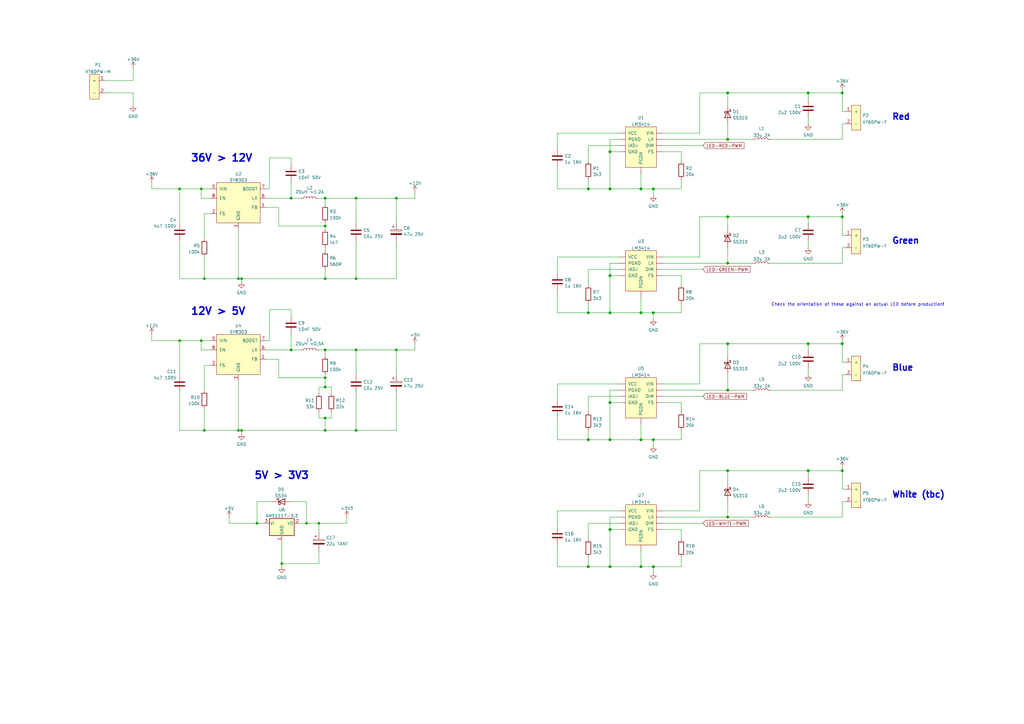
<source format=kicad_sch>
(kicad_sch (version 20211123) (generator eeschema)

  (uuid f3738951-770b-46cb-b1de-dd5b232f6b26)

  (paper "A3")

  (title_block
    (title "Sunrise Lamp LED driver")
    (date "2022-04-23")
    (rev "Mk1")
    (company "B E Searle")
  )

  (lib_symbols
    (symbol "Device:C" (pin_numbers hide) (pin_names (offset 0.254)) (in_bom yes) (on_board yes)
      (property "Reference" "C" (id 0) (at 0.635 2.54 0)
        (effects (font (size 1.27 1.27)) (justify left))
      )
      (property "Value" "C" (id 1) (at 0.635 -2.54 0)
        (effects (font (size 1.27 1.27)) (justify left))
      )
      (property "Footprint" "" (id 2) (at 0.9652 -3.81 0)
        (effects (font (size 1.27 1.27)) hide)
      )
      (property "Datasheet" "~" (id 3) (at 0 0 0)
        (effects (font (size 1.27 1.27)) hide)
      )
      (property "ki_keywords" "cap capacitor" (id 4) (at 0 0 0)
        (effects (font (size 1.27 1.27)) hide)
      )
      (property "ki_description" "Unpolarized capacitor" (id 5) (at 0 0 0)
        (effects (font (size 1.27 1.27)) hide)
      )
      (property "ki_fp_filters" "C_*" (id 6) (at 0 0 0)
        (effects (font (size 1.27 1.27)) hide)
      )
      (symbol "C_0_1"
        (polyline
          (pts
            (xy -2.032 -0.762)
            (xy 2.032 -0.762)
          )
          (stroke (width 0.508) (type default) (color 0 0 0 0))
          (fill (type none))
        )
        (polyline
          (pts
            (xy -2.032 0.762)
            (xy 2.032 0.762)
          )
          (stroke (width 0.508) (type default) (color 0 0 0 0))
          (fill (type none))
        )
      )
      (symbol "C_1_1"
        (pin passive line (at 0 3.81 270) (length 2.794)
          (name "~" (effects (font (size 1.27 1.27))))
          (number "1" (effects (font (size 1.27 1.27))))
        )
        (pin passive line (at 0 -3.81 90) (length 2.794)
          (name "~" (effects (font (size 1.27 1.27))))
          (number "2" (effects (font (size 1.27 1.27))))
        )
      )
    )
    (symbol "Device:C_Polarized" (pin_numbers hide) (pin_names (offset 0.254)) (in_bom yes) (on_board yes)
      (property "Reference" "C" (id 0) (at 0.635 2.54 0)
        (effects (font (size 1.27 1.27)) (justify left))
      )
      (property "Value" "C_Polarized" (id 1) (at 0.635 -2.54 0)
        (effects (font (size 1.27 1.27)) (justify left))
      )
      (property "Footprint" "" (id 2) (at 0.9652 -3.81 0)
        (effects (font (size 1.27 1.27)) hide)
      )
      (property "Datasheet" "~" (id 3) (at 0 0 0)
        (effects (font (size 1.27 1.27)) hide)
      )
      (property "ki_keywords" "cap capacitor" (id 4) (at 0 0 0)
        (effects (font (size 1.27 1.27)) hide)
      )
      (property "ki_description" "Polarized capacitor" (id 5) (at 0 0 0)
        (effects (font (size 1.27 1.27)) hide)
      )
      (property "ki_fp_filters" "CP_*" (id 6) (at 0 0 0)
        (effects (font (size 1.27 1.27)) hide)
      )
      (symbol "C_Polarized_0_1"
        (rectangle (start -2.286 0.508) (end 2.286 1.016)
          (stroke (width 0) (type default) (color 0 0 0 0))
          (fill (type none))
        )
        (polyline
          (pts
            (xy -1.778 2.286)
            (xy -0.762 2.286)
          )
          (stroke (width 0) (type default) (color 0 0 0 0))
          (fill (type none))
        )
        (polyline
          (pts
            (xy -1.27 2.794)
            (xy -1.27 1.778)
          )
          (stroke (width 0) (type default) (color 0 0 0 0))
          (fill (type none))
        )
        (rectangle (start 2.286 -0.508) (end -2.286 -1.016)
          (stroke (width 0) (type default) (color 0 0 0 0))
          (fill (type outline))
        )
      )
      (symbol "C_Polarized_1_1"
        (pin passive line (at 0 3.81 270) (length 2.794)
          (name "~" (effects (font (size 1.27 1.27))))
          (number "1" (effects (font (size 1.27 1.27))))
        )
        (pin passive line (at 0 -3.81 90) (length 2.794)
          (name "~" (effects (font (size 1.27 1.27))))
          (number "2" (effects (font (size 1.27 1.27))))
        )
      )
    )
    (symbol "Device:D_Schottky" (pin_numbers hide) (pin_names (offset 1.016) hide) (in_bom yes) (on_board yes)
      (property "Reference" "D" (id 0) (at 0 2.54 0)
        (effects (font (size 1.27 1.27)))
      )
      (property "Value" "D_Schottky" (id 1) (at 0 -2.54 0)
        (effects (font (size 1.27 1.27)))
      )
      (property "Footprint" "" (id 2) (at 0 0 0)
        (effects (font (size 1.27 1.27)) hide)
      )
      (property "Datasheet" "~" (id 3) (at 0 0 0)
        (effects (font (size 1.27 1.27)) hide)
      )
      (property "ki_keywords" "diode Schottky" (id 4) (at 0 0 0)
        (effects (font (size 1.27 1.27)) hide)
      )
      (property "ki_description" "Schottky diode" (id 5) (at 0 0 0)
        (effects (font (size 1.27 1.27)) hide)
      )
      (property "ki_fp_filters" "TO-???* *_Diode_* *SingleDiode* D_*" (id 6) (at 0 0 0)
        (effects (font (size 1.27 1.27)) hide)
      )
      (symbol "D_Schottky_0_1"
        (polyline
          (pts
            (xy 1.27 0)
            (xy -1.27 0)
          )
          (stroke (width 0) (type default) (color 0 0 0 0))
          (fill (type none))
        )
        (polyline
          (pts
            (xy 1.27 1.27)
            (xy 1.27 -1.27)
            (xy -1.27 0)
            (xy 1.27 1.27)
          )
          (stroke (width 0.254) (type default) (color 0 0 0 0))
          (fill (type none))
        )
        (polyline
          (pts
            (xy -1.905 0.635)
            (xy -1.905 1.27)
            (xy -1.27 1.27)
            (xy -1.27 -1.27)
            (xy -0.635 -1.27)
            (xy -0.635 -0.635)
          )
          (stroke (width 0.254) (type default) (color 0 0 0 0))
          (fill (type none))
        )
      )
      (symbol "D_Schottky_1_1"
        (pin passive line (at -3.81 0 0) (length 2.54)
          (name "K" (effects (font (size 1.27 1.27))))
          (number "1" (effects (font (size 1.27 1.27))))
        )
        (pin passive line (at 3.81 0 180) (length 2.54)
          (name "A" (effects (font (size 1.27 1.27))))
          (number "2" (effects (font (size 1.27 1.27))))
        )
      )
    )
    (symbol "Device:L" (pin_numbers hide) (pin_names (offset 1.016) hide) (in_bom yes) (on_board yes)
      (property "Reference" "L" (id 0) (at -1.27 0 90)
        (effects (font (size 1.27 1.27)))
      )
      (property "Value" "L" (id 1) (at 1.905 0 90)
        (effects (font (size 1.27 1.27)))
      )
      (property "Footprint" "" (id 2) (at 0 0 0)
        (effects (font (size 1.27 1.27)) hide)
      )
      (property "Datasheet" "~" (id 3) (at 0 0 0)
        (effects (font (size 1.27 1.27)) hide)
      )
      (property "ki_keywords" "inductor choke coil reactor magnetic" (id 4) (at 0 0 0)
        (effects (font (size 1.27 1.27)) hide)
      )
      (property "ki_description" "Inductor" (id 5) (at 0 0 0)
        (effects (font (size 1.27 1.27)) hide)
      )
      (property "ki_fp_filters" "Choke_* *Coil* Inductor_* L_*" (id 6) (at 0 0 0)
        (effects (font (size 1.27 1.27)) hide)
      )
      (symbol "L_0_1"
        (arc (start 0 -2.54) (mid 0.635 -1.905) (end 0 -1.27)
          (stroke (width 0) (type default) (color 0 0 0 0))
          (fill (type none))
        )
        (arc (start 0 -1.27) (mid 0.635 -0.635) (end 0 0)
          (stroke (width 0) (type default) (color 0 0 0 0))
          (fill (type none))
        )
        (arc (start 0 0) (mid 0.635 0.635) (end 0 1.27)
          (stroke (width 0) (type default) (color 0 0 0 0))
          (fill (type none))
        )
        (arc (start 0 1.27) (mid 0.635 1.905) (end 0 2.54)
          (stroke (width 0) (type default) (color 0 0 0 0))
          (fill (type none))
        )
      )
      (symbol "L_1_1"
        (pin passive line (at 0 3.81 270) (length 1.27)
          (name "1" (effects (font (size 1.27 1.27))))
          (number "1" (effects (font (size 1.27 1.27))))
        )
        (pin passive line (at 0 -3.81 90) (length 1.27)
          (name "2" (effects (font (size 1.27 1.27))))
          (number "2" (effects (font (size 1.27 1.27))))
        )
      )
    )
    (symbol "Device:R" (pin_numbers hide) (pin_names (offset 0)) (in_bom yes) (on_board yes)
      (property "Reference" "R" (id 0) (at 2.032 0 90)
        (effects (font (size 1.27 1.27)))
      )
      (property "Value" "R" (id 1) (at 0 0 90)
        (effects (font (size 1.27 1.27)))
      )
      (property "Footprint" "" (id 2) (at -1.778 0 90)
        (effects (font (size 1.27 1.27)) hide)
      )
      (property "Datasheet" "~" (id 3) (at 0 0 0)
        (effects (font (size 1.27 1.27)) hide)
      )
      (property "ki_keywords" "R res resistor" (id 4) (at 0 0 0)
        (effects (font (size 1.27 1.27)) hide)
      )
      (property "ki_description" "Resistor" (id 5) (at 0 0 0)
        (effects (font (size 1.27 1.27)) hide)
      )
      (property "ki_fp_filters" "R_*" (id 6) (at 0 0 0)
        (effects (font (size 1.27 1.27)) hide)
      )
      (symbol "R_0_1"
        (rectangle (start -1.016 -2.54) (end 1.016 2.54)
          (stroke (width 0.254) (type default) (color 0 0 0 0))
          (fill (type none))
        )
      )
      (symbol "R_1_1"
        (pin passive line (at 0 3.81 270) (length 1.27)
          (name "~" (effects (font (size 1.27 1.27))))
          (number "1" (effects (font (size 1.27 1.27))))
        )
        (pin passive line (at 0 -3.81 90) (length 1.27)
          (name "~" (effects (font (size 1.27 1.27))))
          (number "2" (effects (font (size 1.27 1.27))))
        )
      )
    )
    (symbol "PersonalConnectors:XT60PW-F" (pin_names (offset 1.016)) (in_bom yes) (on_board yes)
      (property "Reference" "P" (id 0) (at -3.81 3.81 0)
        (effects (font (size 1.27 1.27)))
      )
      (property "Value" "XT60PW-F" (id 1) (at 5.08 3.81 0)
        (effects (font (size 1.27 1.27)))
      )
      (property "Footprint" "PersonalConnectors:AMASS_XT60PW-F" (id 2) (at 0 2.54 0)
        (effects (font (size 1.27 1.27)) hide)
      )
      (property "Datasheet" "" (id 3) (at 0 2.54 0)
        (effects (font (size 1.27 1.27)) hide)
      )
      (symbol "XT60PW-F_0_1"
        (rectangle (start -5.08 2.54) (end 5.08 -1.27)
          (stroke (width 0) (type default) (color 0 0 0 0))
          (fill (type background))
        )
      )
      (symbol "XT60PW-F_1_1"
        (pin passive line (at -2.54 -3.81 90) (length 2.54)
          (name "+" (effects (font (size 1.27 1.27))))
          (number "1" (effects (font (size 1.27 1.27))))
        )
        (pin passive line (at 2.54 -3.81 90) (length 2.54)
          (name "-" (effects (font (size 1.27 1.27))))
          (number "2" (effects (font (size 1.27 1.27))))
        )
      )
    )
    (symbol "PersonalConnectors:XT60PW-M" (pin_names (offset 1.016)) (in_bom yes) (on_board yes)
      (property "Reference" "P" (id 0) (at -3.81 3.81 0)
        (effects (font (size 1.27 1.27)))
      )
      (property "Value" "XT60PW-M" (id 1) (at 5.08 3.81 0)
        (effects (font (size 1.27 1.27)))
      )
      (property "Footprint" "PersonalConnectors:AMASS_XT60PW-M" (id 2) (at 0 2.54 0)
        (effects (font (size 1.27 1.27)) hide)
      )
      (property "Datasheet" "" (id 3) (at 0 2.54 0)
        (effects (font (size 1.27 1.27)) hide)
      )
      (symbol "XT60PW-M_0_1"
        (rectangle (start -5.08 2.54) (end 5.08 -1.27)
          (stroke (width 0) (type default) (color 0 0 0 0))
          (fill (type background))
        )
      )
      (symbol "XT60PW-M_1_1"
        (pin passive line (at -2.54 -3.81 90) (length 2.54)
          (name "+" (effects (font (size 1.27 1.27))))
          (number "1" (effects (font (size 1.27 1.27))))
        )
        (pin passive line (at 2.54 -3.81 90) (length 2.54)
          (name "-" (effects (font (size 1.27 1.27))))
          (number "2" (effects (font (size 1.27 1.27))))
        )
      )
    )
    (symbol "PersonalDiscretes:LM3414" (pin_numbers hide) (pin_names (offset 1.016)) (in_bom yes) (on_board yes)
      (property "Reference" "U" (id 0) (at -6.35 11.43 0)
        (effects (font (size 1.27 1.27)) (justify left))
      )
      (property "Value" "LM3414" (id 1) (at -6.35 8.89 0)
        (effects (font (size 1.27 1.27)) (justify left))
      )
      (property "Footprint" "PersonalDiscretes:TI_SO-PowerPAD-8_HandSolder" (id 2) (at 0 15.24 0)
        (effects (font (size 1.27 1.27)) hide)
      )
      (property "Datasheet" "" (id 3) (at -5.08 7.62 0)
        (effects (font (size 1.27 1.27)) hide)
      )
      (property "ki_description" "60-W Common Anode-Capable Constant Current Buck LED Driver" (id 4) (at 0 0 0)
        (effects (font (size 1.27 1.27)) hide)
      )
      (property "ki_fp_filters" "*TI_SO-PowerPad*" (id 5) (at 0 0 0)
        (effects (font (size 1.27 1.27)) hide)
      )
      (symbol "LM3414_0_0"
        (pin power_out line (at -8.89 5.08 0) (length 2.54)
          (name "VCC" (effects (font (size 1.27 1.27))))
          (number "1" (effects (font (size 1.27 1.27))))
        )
        (pin passive line (at -8.89 2.54 0) (length 2.54)
          (name "PGND" (effects (font (size 1.27 1.27))))
          (number "2" (effects (font (size 1.27 1.27))))
        )
        (pin passive line (at -8.89 0 0) (length 2.54)
          (name "IADJ" (effects (font (size 1.27 1.27))))
          (number "3" (effects (font (size 1.27 1.27))))
        )
        (pin passive line (at -8.89 -2.54 0) (length 2.54)
          (name "GND" (effects (font (size 1.27 1.27))))
          (number "4" (effects (font (size 1.27 1.27))))
        )
        (pin passive line (at 8.89 -2.54 180) (length 2.54)
          (name "FS" (effects (font (size 1.27 1.27))))
          (number "5" (effects (font (size 1.27 1.27))))
        )
        (pin passive line (at 8.89 0 180) (length 2.54)
          (name "DIM" (effects (font (size 1.27 1.27))))
          (number "6" (effects (font (size 1.27 1.27))))
        )
        (pin power_in line (at 8.89 2.54 180) (length 2.54)
          (name "LX" (effects (font (size 1.27 1.27))))
          (number "7" (effects (font (size 1.27 1.27))))
        )
        (pin power_in line (at 8.89 5.08 180) (length 2.54)
          (name "VIN" (effects (font (size 1.27 1.27))))
          (number "8" (effects (font (size 1.27 1.27))))
        )
        (pin passive line (at 0 -11.43 90) (length 2.54)
          (name "PGDN" (effects (font (size 1.27 1.27))))
          (number "9" (effects (font (size 1.27 1.27))))
        )
      )
      (symbol "LM3414_0_1"
        (rectangle (start -6.35 7.62) (end 6.35 -8.89)
          (stroke (width 0) (type default) (color 0 0 0 0))
          (fill (type background))
        )
      )
    )
    (symbol "PersonalSwitchConverters:SY8303" (pin_names (offset 1.016)) (in_bom yes) (on_board yes)
      (property "Reference" "U" (id 0) (at -7.62 7.62 0)
        (effects (font (size 1.27 1.27)))
      )
      (property "Value" "SY8303" (id 1) (at 3.81 7.62 0)
        (effects (font (size 1.27 1.27)))
      )
      (property "Footprint" "" (id 2) (at -6.35 0 0)
        (effects (font (size 1.27 1.27)) hide)
      )
      (property "Datasheet" "" (id 3) (at -6.35 0 0)
        (effects (font (size 1.27 1.27)) hide)
      )
      (property "ki_description" "Buck converter, 3A, 4.5V to 40V Vin, SOT-23-8 package" (id 4) (at 0 0 0)
        (effects (font (size 1.27 1.27)) hide)
      )
      (property "ki_fp_filters" "*SOT-23-6*" (id 5) (at 0 0 0)
        (effects (font (size 1.27 1.27)) hide)
      )
      (symbol "SY8303_0_0"
        (pin passive line (at -11.43 -6.35 0) (length 2.54)
          (name "FS" (effects (font (size 1.27 1.27))))
          (number "2" (effects (font (size 1.27 1.27))))
        )
        (pin power_out line (at 0 -12.7 90) (length 2.54) hide
          (name "GND" (effects (font (size 1.27 1.27))))
          (number "4" (effects (font (size 1.27 1.27))))
        )
      )
      (symbol "SY8303_0_1"
        (rectangle (start -8.89 6.35) (end 8.89 -10.16)
          (stroke (width 0) (type default) (color 0 0 0 0))
          (fill (type background))
        )
      )
      (symbol "SY8303_1_1"
        (pin passive line (at 11.43 -3.81 180) (length 2.54)
          (name "FB" (effects (font (size 1.27 1.27))))
          (number "1" (effects (font (size 1.27 1.27))))
        )
        (pin power_out line (at 0 -12.7 90) (length 2.54)
          (name "GND" (effects (font (size 1.27 1.27))))
          (number "3" (effects (font (size 1.27 1.27))))
        )
        (pin power_in line (at -11.43 3.81 0) (length 2.54)
          (name "VIN" (effects (font (size 1.27 1.27))))
          (number "5" (effects (font (size 1.27 1.27))))
        )
        (pin power_out line (at 11.43 0 180) (length 2.54)
          (name "LX" (effects (font (size 1.27 1.27))))
          (number "6" (effects (font (size 1.27 1.27))))
        )
        (pin passive line (at 11.43 3.81 180) (length 2.54)
          (name "BOOST" (effects (font (size 1.27 1.27))))
          (number "7" (effects (font (size 1.27 1.27))))
        )
        (pin passive line (at -11.43 0 0) (length 2.54)
          (name "EN" (effects (font (size 1.27 1.27))))
          (number "8" (effects (font (size 1.27 1.27))))
        )
      )
    )
    (symbol "Regulator_Linear:AMS1117-3.3" (pin_names (offset 0.254)) (in_bom yes) (on_board yes)
      (property "Reference" "U" (id 0) (at -3.81 3.175 0)
        (effects (font (size 1.27 1.27)))
      )
      (property "Value" "AMS1117-3.3" (id 1) (at 0 3.175 0)
        (effects (font (size 1.27 1.27)) (justify left))
      )
      (property "Footprint" "Package_TO_SOT_SMD:SOT-223-3_TabPin2" (id 2) (at 0 5.08 0)
        (effects (font (size 1.27 1.27)) hide)
      )
      (property "Datasheet" "http://www.advanced-monolithic.com/pdf/ds1117.pdf" (id 3) (at 2.54 -6.35 0)
        (effects (font (size 1.27 1.27)) hide)
      )
      (property "ki_keywords" "linear regulator ldo fixed positive" (id 4) (at 0 0 0)
        (effects (font (size 1.27 1.27)) hide)
      )
      (property "ki_description" "1A Low Dropout regulator, positive, 3.3V fixed output, SOT-223" (id 5) (at 0 0 0)
        (effects (font (size 1.27 1.27)) hide)
      )
      (property "ki_fp_filters" "SOT?223*TabPin2*" (id 6) (at 0 0 0)
        (effects (font (size 1.27 1.27)) hide)
      )
      (symbol "AMS1117-3.3_0_1"
        (rectangle (start -5.08 -5.08) (end 5.08 1.905)
          (stroke (width 0.254) (type default) (color 0 0 0 0))
          (fill (type background))
        )
      )
      (symbol "AMS1117-3.3_1_1"
        (pin power_in line (at 0 -7.62 90) (length 2.54)
          (name "GND" (effects (font (size 1.27 1.27))))
          (number "1" (effects (font (size 1.27 1.27))))
        )
        (pin power_out line (at 7.62 0 180) (length 2.54)
          (name "VO" (effects (font (size 1.27 1.27))))
          (number "2" (effects (font (size 1.27 1.27))))
        )
        (pin power_in line (at -7.62 0 0) (length 2.54)
          (name "VI" (effects (font (size 1.27 1.27))))
          (number "3" (effects (font (size 1.27 1.27))))
        )
      )
    )
    (symbol "power:+12V" (power) (pin_names (offset 0)) (in_bom yes) (on_board yes)
      (property "Reference" "#PWR" (id 0) (at 0 -3.81 0)
        (effects (font (size 1.27 1.27)) hide)
      )
      (property "Value" "+12V" (id 1) (at 0 3.556 0)
        (effects (font (size 1.27 1.27)))
      )
      (property "Footprint" "" (id 2) (at 0 0 0)
        (effects (font (size 1.27 1.27)) hide)
      )
      (property "Datasheet" "" (id 3) (at 0 0 0)
        (effects (font (size 1.27 1.27)) hide)
      )
      (property "ki_keywords" "power-flag" (id 4) (at 0 0 0)
        (effects (font (size 1.27 1.27)) hide)
      )
      (property "ki_description" "Power symbol creates a global label with name \"+12V\"" (id 5) (at 0 0 0)
        (effects (font (size 1.27 1.27)) hide)
      )
      (symbol "+12V_0_1"
        (polyline
          (pts
            (xy -0.762 1.27)
            (xy 0 2.54)
          )
          (stroke (width 0) (type default) (color 0 0 0 0))
          (fill (type none))
        )
        (polyline
          (pts
            (xy 0 0)
            (xy 0 2.54)
          )
          (stroke (width 0) (type default) (color 0 0 0 0))
          (fill (type none))
        )
        (polyline
          (pts
            (xy 0 2.54)
            (xy 0.762 1.27)
          )
          (stroke (width 0) (type default) (color 0 0 0 0))
          (fill (type none))
        )
      )
      (symbol "+12V_1_1"
        (pin power_in line (at 0 0 90) (length 0) hide
          (name "+12V" (effects (font (size 1.27 1.27))))
          (number "1" (effects (font (size 1.27 1.27))))
        )
      )
    )
    (symbol "power:+36V" (power) (pin_names (offset 0)) (in_bom yes) (on_board yes)
      (property "Reference" "#PWR" (id 0) (at 0 -3.81 0)
        (effects (font (size 1.27 1.27)) hide)
      )
      (property "Value" "+36V" (id 1) (at 0 3.556 0)
        (effects (font (size 1.27 1.27)))
      )
      (property "Footprint" "" (id 2) (at 0 0 0)
        (effects (font (size 1.27 1.27)) hide)
      )
      (property "Datasheet" "" (id 3) (at 0 0 0)
        (effects (font (size 1.27 1.27)) hide)
      )
      (property "ki_keywords" "power-flag" (id 4) (at 0 0 0)
        (effects (font (size 1.27 1.27)) hide)
      )
      (property "ki_description" "Power symbol creates a global label with name \"+36V\"" (id 5) (at 0 0 0)
        (effects (font (size 1.27 1.27)) hide)
      )
      (symbol "+36V_0_1"
        (polyline
          (pts
            (xy -0.762 1.27)
            (xy 0 2.54)
          )
          (stroke (width 0) (type default) (color 0 0 0 0))
          (fill (type none))
        )
        (polyline
          (pts
            (xy 0 0)
            (xy 0 2.54)
          )
          (stroke (width 0) (type default) (color 0 0 0 0))
          (fill (type none))
        )
        (polyline
          (pts
            (xy 0 2.54)
            (xy 0.762 1.27)
          )
          (stroke (width 0) (type default) (color 0 0 0 0))
          (fill (type none))
        )
      )
      (symbol "+36V_1_1"
        (pin power_in line (at 0 0 90) (length 0) hide
          (name "+36V" (effects (font (size 1.27 1.27))))
          (number "1" (effects (font (size 1.27 1.27))))
        )
      )
    )
    (symbol "power:+3V3" (power) (pin_names (offset 0)) (in_bom yes) (on_board yes)
      (property "Reference" "#PWR" (id 0) (at 0 -3.81 0)
        (effects (font (size 1.27 1.27)) hide)
      )
      (property "Value" "+3V3" (id 1) (at 0 3.556 0)
        (effects (font (size 1.27 1.27)))
      )
      (property "Footprint" "" (id 2) (at 0 0 0)
        (effects (font (size 1.27 1.27)) hide)
      )
      (property "Datasheet" "" (id 3) (at 0 0 0)
        (effects (font (size 1.27 1.27)) hide)
      )
      (property "ki_keywords" "power-flag" (id 4) (at 0 0 0)
        (effects (font (size 1.27 1.27)) hide)
      )
      (property "ki_description" "Power symbol creates a global label with name \"+3V3\"" (id 5) (at 0 0 0)
        (effects (font (size 1.27 1.27)) hide)
      )
      (symbol "+3V3_0_1"
        (polyline
          (pts
            (xy -0.762 1.27)
            (xy 0 2.54)
          )
          (stroke (width 0) (type default) (color 0 0 0 0))
          (fill (type none))
        )
        (polyline
          (pts
            (xy 0 0)
            (xy 0 2.54)
          )
          (stroke (width 0) (type default) (color 0 0 0 0))
          (fill (type none))
        )
        (polyline
          (pts
            (xy 0 2.54)
            (xy 0.762 1.27)
          )
          (stroke (width 0) (type default) (color 0 0 0 0))
          (fill (type none))
        )
      )
      (symbol "+3V3_1_1"
        (pin power_in line (at 0 0 90) (length 0) hide
          (name "+3V3" (effects (font (size 1.27 1.27))))
          (number "1" (effects (font (size 1.27 1.27))))
        )
      )
    )
    (symbol "power:+5V" (power) (pin_names (offset 0)) (in_bom yes) (on_board yes)
      (property "Reference" "#PWR" (id 0) (at 0 -3.81 0)
        (effects (font (size 1.27 1.27)) hide)
      )
      (property "Value" "+5V" (id 1) (at 0 3.556 0)
        (effects (font (size 1.27 1.27)))
      )
      (property "Footprint" "" (id 2) (at 0 0 0)
        (effects (font (size 1.27 1.27)) hide)
      )
      (property "Datasheet" "" (id 3) (at 0 0 0)
        (effects (font (size 1.27 1.27)) hide)
      )
      (property "ki_keywords" "power-flag" (id 4) (at 0 0 0)
        (effects (font (size 1.27 1.27)) hide)
      )
      (property "ki_description" "Power symbol creates a global label with name \"+5V\"" (id 5) (at 0 0 0)
        (effects (font (size 1.27 1.27)) hide)
      )
      (symbol "+5V_0_1"
        (polyline
          (pts
            (xy -0.762 1.27)
            (xy 0 2.54)
          )
          (stroke (width 0) (type default) (color 0 0 0 0))
          (fill (type none))
        )
        (polyline
          (pts
            (xy 0 0)
            (xy 0 2.54)
          )
          (stroke (width 0) (type default) (color 0 0 0 0))
          (fill (type none))
        )
        (polyline
          (pts
            (xy 0 2.54)
            (xy 0.762 1.27)
          )
          (stroke (width 0) (type default) (color 0 0 0 0))
          (fill (type none))
        )
      )
      (symbol "+5V_1_1"
        (pin power_in line (at 0 0 90) (length 0) hide
          (name "+5V" (effects (font (size 1.27 1.27))))
          (number "1" (effects (font (size 1.27 1.27))))
        )
      )
    )
    (symbol "power:GND" (power) (pin_names (offset 0)) (in_bom yes) (on_board yes)
      (property "Reference" "#PWR" (id 0) (at 0 -6.35 0)
        (effects (font (size 1.27 1.27)) hide)
      )
      (property "Value" "GND" (id 1) (at 0 -3.81 0)
        (effects (font (size 1.27 1.27)))
      )
      (property "Footprint" "" (id 2) (at 0 0 0)
        (effects (font (size 1.27 1.27)) hide)
      )
      (property "Datasheet" "" (id 3) (at 0 0 0)
        (effects (font (size 1.27 1.27)) hide)
      )
      (property "ki_keywords" "power-flag" (id 4) (at 0 0 0)
        (effects (font (size 1.27 1.27)) hide)
      )
      (property "ki_description" "Power symbol creates a global label with name \"GND\" , ground" (id 5) (at 0 0 0)
        (effects (font (size 1.27 1.27)) hide)
      )
      (symbol "GND_0_1"
        (polyline
          (pts
            (xy 0 0)
            (xy 0 -1.27)
            (xy 1.27 -1.27)
            (xy 0 -2.54)
            (xy -1.27 -1.27)
            (xy 0 -1.27)
          )
          (stroke (width 0) (type default) (color 0 0 0 0))
          (fill (type none))
        )
      )
      (symbol "GND_1_1"
        (pin power_in line (at 0 0 270) (length 0) hide
          (name "GND" (effects (font (size 1.27 1.27))))
          (number "1" (effects (font (size 1.27 1.27))))
        )
      )
    )
  )

  (junction (at 331.47 140.97) (diameter 1.016) (color 0 0 0 0)
    (uuid 0a965662-f372-4db2-abad-95f21963c8fe)
  )
  (junction (at 241.3 77.47) (diameter 1.016) (color 0 0 0 0)
    (uuid 0dfc186c-d69d-41f7-b5bf-dd69489b9faa)
  )
  (junction (at 331.47 193.04) (diameter 1.016) (color 0 0 0 0)
    (uuid 10215a8b-2bcb-4376-9734-85e036c3a052)
  )
  (junction (at 298.45 140.97) (diameter 1.016) (color 0 0 0 0)
    (uuid 18398d4d-eaad-41d2-ab8c-cf0dd656a4de)
  )
  (junction (at 133.35 114.3) (diameter 0) (color 0 0 0 0)
    (uuid 1dede7a4-a4b1-4075-a364-a810f210312f)
  )
  (junction (at 267.97 77.47) (diameter 1.016) (color 0 0 0 0)
    (uuid 251ade2c-e1c8-4335-ab15-b1573b3e543c)
  )
  (junction (at 262.89 180.34) (diameter 1.016) (color 0 0 0 0)
    (uuid 254f402e-37d8-4aac-a1ab-902831ab17db)
  )
  (junction (at 267.97 180.34) (diameter 1.016) (color 0 0 0 0)
    (uuid 2865c954-07a6-4e34-acaa-865daaa1c31c)
  )
  (junction (at 119.38 143.51) (diameter 0) (color 0 0 0 0)
    (uuid 2ad02a87-e3b7-4109-83a9-34018b7755f2)
  )
  (junction (at 83.82 176.53) (diameter 0) (color 0 0 0 0)
    (uuid 2e27a8cc-136c-4689-a224-e160e3ddb0fa)
  )
  (junction (at 262.89 77.47) (diameter 1.016) (color 0 0 0 0)
    (uuid 3067da8c-8ca5-47ed-be52-b9015fd30497)
  )
  (junction (at 262.89 128.27) (diameter 1.016) (color 0 0 0 0)
    (uuid 33068017-4804-4e39-bfa3-a6b963d602cc)
  )
  (junction (at 97.79 176.53) (diameter 0) (color 0 0 0 0)
    (uuid 36b6e984-52d8-4c7f-bbd9-56142152d329)
  )
  (junction (at 345.44 38.1) (diameter 1.016) (color 0 0 0 0)
    (uuid 36ebfdee-150c-4c26-bc16-c40914feec6c)
  )
  (junction (at 241.3 128.27) (diameter 1.016) (color 0 0 0 0)
    (uuid 36f82ca7-c352-4b2b-8a09-6968cb89db79)
  )
  (junction (at 267.97 128.27) (diameter 1.016) (color 0 0 0 0)
    (uuid 370fa099-a488-4833-9be8-7f0ee0dc2301)
  )
  (junction (at 146.05 143.51) (diameter 0) (color 0 0 0 0)
    (uuid 4850ce4c-0ffb-47c3-9b8c-34450b163c84)
  )
  (junction (at 331.47 88.9) (diameter 1.016) (color 0 0 0 0)
    (uuid 4beaff58-0954-4113-b20a-c25fd06426c2)
  )
  (junction (at 345.44 88.9) (diameter 1.016) (color 0 0 0 0)
    (uuid 55c64e2d-f926-4292-89ea-8021e40886c2)
  )
  (junction (at 133.35 92.71) (diameter 0) (color 0 0 0 0)
    (uuid 597dde7e-40f8-4545-b69b-87a6373f6984)
  )
  (junction (at 241.3 180.34) (diameter 1.016) (color 0 0 0 0)
    (uuid 5be48e87-cbbe-4535-994d-7af4d609224b)
  )
  (junction (at 133.35 176.53) (diameter 0) (color 0 0 0 0)
    (uuid 5dfb8f93-e4f6-47ec-b627-4e5b0e548ab4)
  )
  (junction (at 105.41 214.63) (diameter 0) (color 0 0 0 0)
    (uuid 6168f2bd-245f-431a-8708-0c672fdcc3aa)
  )
  (junction (at 99.06 176.53) (diameter 0) (color 0 0 0 0)
    (uuid 64bf466e-da57-4bd3-a89b-826cc83c74e0)
  )
  (junction (at 162.56 143.51) (diameter 0) (color 0 0 0 0)
    (uuid 689e91c6-d330-4856-92a9-d930800a0a4e)
  )
  (junction (at 146.05 114.3) (diameter 0) (color 0 0 0 0)
    (uuid 715798e8-ada1-4b31-bdfe-4378c151d2b8)
  )
  (junction (at 298.45 107.95) (diameter 1.016) (color 0 0 0 0)
    (uuid 73e0a721-cce8-4479-a4ff-27c8769ce4ae)
  )
  (junction (at 267.97 232.41) (diameter 1.016) (color 0 0 0 0)
    (uuid 7411355d-755b-4975-8130-fd8e25cad67d)
  )
  (junction (at 125.73 214.63) (diameter 0) (color 0 0 0 0)
    (uuid 74c690c0-49c3-41e0-98dc-b238bdb65ef4)
  )
  (junction (at 345.44 193.04) (diameter 1.016) (color 0 0 0 0)
    (uuid 861d6c30-1d76-48dc-a791-7e46a24df7d0)
  )
  (junction (at 82.55 139.7) (diameter 0) (color 0 0 0 0)
    (uuid 86a6874e-53f7-416b-9243-882fce4f0181)
  )
  (junction (at 133.35 154.94) (diameter 0) (color 0 0 0 0)
    (uuid 8e0d7d3a-d6d8-4b8a-98cc-88d437e12930)
  )
  (junction (at 241.3 232.41) (diameter 1.016) (color 0 0 0 0)
    (uuid 912b8683-efc3-494d-a276-8c3110cc9280)
  )
  (junction (at 97.79 114.3) (diameter 0) (color 0 0 0 0)
    (uuid 9679a69c-bbb4-4253-92e1-3f81b0316d15)
  )
  (junction (at 133.35 158.75) (diameter 0) (color 0 0 0 0)
    (uuid 96c33868-d76e-47a5-be6d-c61693b91cc4)
  )
  (junction (at 73.66 139.7) (diameter 0) (color 0 0 0 0)
    (uuid 96d25356-22db-4b91-891d-03518f2f7335)
  )
  (junction (at 250.19 77.47) (diameter 1.016) (color 0 0 0 0)
    (uuid 97485eee-4c91-4308-83e7-1477047e7584)
  )
  (junction (at 133.35 171.45) (diameter 0) (color 0 0 0 0)
    (uuid 97998cb6-a494-40b7-8bbd-7df2c034b907)
  )
  (junction (at 115.57 231.14) (diameter 0) (color 0 0 0 0)
    (uuid 97ef0709-7e8a-4241-a1d2-d5a8a8c43b71)
  )
  (junction (at 146.05 81.28) (diameter 0) (color 0 0 0 0)
    (uuid 9e7afc48-ca27-4486-8418-cb644ae116df)
  )
  (junction (at 262.89 232.41) (diameter 1.016) (color 0 0 0 0)
    (uuid b053e14e-b81b-432c-81b5-ae776b18ff1b)
  )
  (junction (at 146.05 176.53) (diameter 0) (color 0 0 0 0)
    (uuid b0a41647-bf7b-406d-b583-da55aaaac8e9)
  )
  (junction (at 298.45 193.04) (diameter 1.016) (color 0 0 0 0)
    (uuid b93ba9b2-464f-435b-a965-5fbf12cd454e)
  )
  (junction (at 250.19 62.23) (diameter 1.016) (color 0 0 0 0)
    (uuid beb0c308-6ea8-4f57-8d8d-fcc8084e25fd)
  )
  (junction (at 331.47 38.1) (diameter 1.016) (color 0 0 0 0)
    (uuid c1560820-3c1b-4ced-ad8a-1e62ae54f3bf)
  )
  (junction (at 250.19 128.27) (diameter 1.016) (color 0 0 0 0)
    (uuid c2acb151-613c-4304-94ce-11c2ea803075)
  )
  (junction (at 119.38 81.28) (diameter 0) (color 0 0 0 0)
    (uuid c56ed455-7df6-490d-94e4-8626a7d909fa)
  )
  (junction (at 250.19 165.1) (diameter 1.016) (color 0 0 0 0)
    (uuid cf65f3b2-97a2-413d-ab7c-542361ca5ea9)
  )
  (junction (at 250.19 180.34) (diameter 1.016) (color 0 0 0 0)
    (uuid d1ef2287-f081-4a46-9385-b3f3915cf21a)
  )
  (junction (at 99.06 114.3) (diameter 0) (color 0 0 0 0)
    (uuid d8bc2fe2-fba0-446d-a620-fb6b33636492)
  )
  (junction (at 298.45 160.02) (diameter 1.016) (color 0 0 0 0)
    (uuid d9fc8576-4810-4f73-b459-4abb235b90fe)
  )
  (junction (at 130.81 214.63) (diameter 0) (color 0 0 0 0)
    (uuid dafe4b1d-60c9-480b-9927-3d58d0b1a3a3)
  )
  (junction (at 133.35 143.51) (diameter 0) (color 0 0 0 0)
    (uuid def00b0c-10b8-4849-b2ea-fe688ab24358)
  )
  (junction (at 250.19 217.17) (diameter 1.016) (color 0 0 0 0)
    (uuid e2d83c5e-523a-4f60-994e-3139c5df75a4)
  )
  (junction (at 298.45 88.9) (diameter 1.016) (color 0 0 0 0)
    (uuid e399e1e2-26df-487b-9274-ff5e72e8a252)
  )
  (junction (at 345.44 140.97) (diameter 1.016) (color 0 0 0 0)
    (uuid e882fef3-a239-43c3-9a66-acfc98202a7d)
  )
  (junction (at 83.82 114.3) (diameter 0) (color 0 0 0 0)
    (uuid ea88b765-b7d6-4dad-a571-aad2c952711d)
  )
  (junction (at 250.19 113.03) (diameter 1.016) (color 0 0 0 0)
    (uuid f270cd20-37ed-4b16-a457-26dd61adffd2)
  )
  (junction (at 250.19 232.41) (diameter 1.016) (color 0 0 0 0)
    (uuid f50e518f-c8b9-4948-933b-43cea39c4eb8)
  )
  (junction (at 298.45 57.15) (diameter 1.016) (color 0 0 0 0)
    (uuid f590bfc5-00cd-4272-856b-c9475029d484)
  )
  (junction (at 133.35 81.28) (diameter 0) (color 0 0 0 0)
    (uuid f5e54c59-fce4-4152-b0de-14d667fca123)
  )
  (junction (at 73.66 77.47) (diameter 0) (color 0 0 0 0)
    (uuid f8168c6f-3273-4b32-b7e0-a279139eda27)
  )
  (junction (at 82.55 77.47) (diameter 0) (color 0 0 0 0)
    (uuid f930a182-b2d5-4c81-81c9-905795e16964)
  )
  (junction (at 298.45 212.09) (diameter 1.016) (color 0 0 0 0)
    (uuid fa68f4ce-6070-4bc3-9036-4fbcdc86d398)
  )
  (junction (at 162.56 81.28) (diameter 0) (color 0 0 0 0)
    (uuid fb4de8f0-617f-42c0-b218-de30be23b676)
  )
  (junction (at 298.45 38.1) (diameter 1.016) (color 0 0 0 0)
    (uuid fda7166d-a59e-45b4-bfb9-c5bb3bfc76ec)
  )

  (wire (pts (xy 162.56 143.51) (xy 170.18 143.51))
    (stroke (width 0) (type default) (color 0 0 0 0))
    (uuid 006298e6-c55d-4bf1-9a6c-ab4d493ab1ee)
  )
  (wire (pts (xy 162.56 176.53) (xy 146.05 176.53))
    (stroke (width 0) (type default) (color 0 0 0 0))
    (uuid 02ab3880-caf8-4cc1-af55-29c50a83928f)
  )
  (wire (pts (xy 250.19 217.17) (xy 250.19 232.41))
    (stroke (width 0) (type solid) (color 0 0 0 0))
    (uuid 03277b36-b903-4696-927e-2f281d9d5bbc)
  )
  (wire (pts (xy 250.19 180.34) (xy 262.89 180.34))
    (stroke (width 0) (type solid) (color 0 0 0 0))
    (uuid 0413d1df-925c-4431-a7d6-e1bc717fa23c)
  )
  (wire (pts (xy 271.78 160.02) (xy 298.45 160.02))
    (stroke (width 0) (type solid) (color 0 0 0 0))
    (uuid 04187949-3027-41ab-9f09-f0e580c4b1d8)
  )
  (wire (pts (xy 119.38 81.28) (xy 119.38 74.93))
    (stroke (width 0) (type default) (color 0 0 0 0))
    (uuid 05ac061c-dce0-49ba-8147-10ed1b5ab88e)
  )
  (wire (pts (xy 345.44 50.8) (xy 345.44 57.15))
    (stroke (width 0) (type solid) (color 0 0 0 0))
    (uuid 068418de-6b06-46f8-a42a-f6e7af9942f0)
  )
  (wire (pts (xy 271.78 214.63) (xy 288.29 214.63))
    (stroke (width 0) (type default) (color 0 0 0 0))
    (uuid 06a589fb-bd37-4d32-b272-b9347d11949b)
  )
  (wire (pts (xy 135.89 161.29) (xy 135.89 158.75))
    (stroke (width 0) (type default) (color 0 0 0 0))
    (uuid 077c5790-1788-4f35-97cf-f09dab3f13c7)
  )
  (wire (pts (xy 146.05 114.3) (xy 133.35 114.3))
    (stroke (width 0) (type default) (color 0 0 0 0))
    (uuid 08c5e9bc-353b-415b-b4b3-8c942cd3726e)
  )
  (wire (pts (xy 241.3 214.63) (xy 254 214.63))
    (stroke (width 0) (type solid) (color 0 0 0 0))
    (uuid 0a06b898-9ede-49e2-a504-3f1a179722e5)
  )
  (wire (pts (xy 119.38 81.28) (xy 123.19 81.28))
    (stroke (width 0) (type default) (color 0 0 0 0))
    (uuid 0a26cfc9-75e3-478d-a0f1-2517f5dd036f)
  )
  (wire (pts (xy 331.47 140.97) (xy 345.44 140.97))
    (stroke (width 0) (type solid) (color 0 0 0 0))
    (uuid 0cf18e74-0935-41fa-b0b4-22e897d3a470)
  )
  (wire (pts (xy 346.71 101.6) (xy 345.44 101.6))
    (stroke (width 0) (type solid) (color 0 0 0 0))
    (uuid 104f739f-1156-4832-84a8-443d155d111a)
  )
  (wire (pts (xy 86.36 149.86) (xy 83.82 149.86))
    (stroke (width 0) (type default) (color 0 0 0 0))
    (uuid 12831a56-b340-4e5f-882c-be6474e316c2)
  )
  (wire (pts (xy 119.38 64.77) (xy 110.49 64.77))
    (stroke (width 0) (type default) (color 0 0 0 0))
    (uuid 12a6a643-8d09-4828-9fdd-0e9da0628c48)
  )
  (wire (pts (xy 228.6 128.27) (xy 241.3 128.27))
    (stroke (width 0) (type solid) (color 0 0 0 0))
    (uuid 14083c81-99c0-4878-93ea-daa8dbe9ae18)
  )
  (wire (pts (xy 83.82 167.64) (xy 83.82 176.53))
    (stroke (width 0) (type default) (color 0 0 0 0))
    (uuid 14c8001f-0c7a-4404-998e-7b5ce9d89fb8)
  )
  (wire (pts (xy 146.05 143.51) (xy 146.05 153.67))
    (stroke (width 0) (type default) (color 0 0 0 0))
    (uuid 15660de1-6148-40cf-be45-5909c3d336af)
  )
  (wire (pts (xy 345.44 45.72) (xy 346.71 45.72))
    (stroke (width 0) (type solid) (color 0 0 0 0))
    (uuid 15b559fa-11a5-4e4f-8a04-d343de63dbe7)
  )
  (wire (pts (xy 228.6 180.34) (xy 241.3 180.34))
    (stroke (width 0) (type solid) (color 0 0 0 0))
    (uuid 162b5d3a-0dcc-4218-a7e1-bdcf1300f666)
  )
  (wire (pts (xy 287.02 54.61) (xy 287.02 38.1))
    (stroke (width 0) (type solid) (color 0 0 0 0))
    (uuid 167a7814-c2e9-4f34-ab85-ce9c7e8276bd)
  )
  (wire (pts (xy 250.19 232.41) (xy 262.89 232.41))
    (stroke (width 0) (type solid) (color 0 0 0 0))
    (uuid 16d4b549-ea00-47f8-9841-ff6b5b6e61e7)
  )
  (wire (pts (xy 298.45 57.15) (xy 308.61 57.15))
    (stroke (width 0) (type solid) (color 0 0 0 0))
    (uuid 171c7772-57d9-4040-bdda-6747e057064a)
  )
  (wire (pts (xy 133.35 143.51) (xy 146.05 143.51))
    (stroke (width 0) (type default) (color 0 0 0 0))
    (uuid 1915b8dc-23cc-45c0-ad8f-4e93872b1bf3)
  )
  (wire (pts (xy 162.56 114.3) (xy 146.05 114.3))
    (stroke (width 0) (type default) (color 0 0 0 0))
    (uuid 19bc670a-b6b8-45f6-af5d-2c0b05ac472c)
  )
  (wire (pts (xy 250.19 128.27) (xy 262.89 128.27))
    (stroke (width 0) (type solid) (color 0 0 0 0))
    (uuid 1a9f3a1f-c52e-4291-a94d-45a74ced5066)
  )
  (wire (pts (xy 241.3 59.69) (xy 254 59.69))
    (stroke (width 0) (type solid) (color 0 0 0 0))
    (uuid 1d7b49bb-5661-4d14-ad7d-5f567b56ffc4)
  )
  (wire (pts (xy 114.3 147.32) (xy 114.3 154.94))
    (stroke (width 0) (type default) (color 0 0 0 0))
    (uuid 1d948cd0-f6e4-4bae-aaaf-c0cfc5cdd7a9)
  )
  (wire (pts (xy 146.05 81.28) (xy 146.05 91.44))
    (stroke (width 0) (type default) (color 0 0 0 0))
    (uuid 208765a2-3ad1-4d0c-827e-dd2a3bf6ed6d)
  )
  (wire (pts (xy 83.82 176.53) (xy 97.79 176.53))
    (stroke (width 0) (type default) (color 0 0 0 0))
    (uuid 20a4c488-2f76-40c1-b1a0-38f3a11e03ec)
  )
  (wire (pts (xy 287.02 209.55) (xy 287.02 193.04))
    (stroke (width 0) (type solid) (color 0 0 0 0))
    (uuid 21c5ca45-d574-4174-9629-f1fa8964149f)
  )
  (wire (pts (xy 73.66 161.29) (xy 73.66 176.53))
    (stroke (width 0) (type default) (color 0 0 0 0))
    (uuid 2251e724-53c0-476e-8ab2-b6964e8a7986)
  )
  (wire (pts (xy 86.36 143.51) (xy 82.55 143.51))
    (stroke (width 0) (type default) (color 0 0 0 0))
    (uuid 2392c892-2f22-4588-a5a7-4033b2f6cbdf)
  )
  (wire (pts (xy 298.45 160.02) (xy 308.61 160.02))
    (stroke (width 0) (type solid) (color 0 0 0 0))
    (uuid 26195804-585f-4fd9-9505-0b2f463f4cc0)
  )
  (wire (pts (xy 331.47 48.26) (xy 331.47 50.8))
    (stroke (width 0) (type solid) (color 0 0 0 0))
    (uuid 2636e5b7-1708-4b2c-ac90-573d0c486574)
  )
  (wire (pts (xy 133.35 154.94) (xy 133.35 158.75))
    (stroke (width 0) (type default) (color 0 0 0 0))
    (uuid 265921f6-85e7-48ea-8cb2-b965324b3aec)
  )
  (wire (pts (xy 228.6 68.58) (xy 228.6 77.47))
    (stroke (width 0) (type solid) (color 0 0 0 0))
    (uuid 2a2b6181-8584-4552-8d38-7d7c966caa11)
  )
  (wire (pts (xy 130.81 214.63) (xy 125.73 214.63))
    (stroke (width 0) (type default) (color 0 0 0 0))
    (uuid 2a9e249f-6189-41a5-8267-6a15a302fe3b)
  )
  (wire (pts (xy 250.19 77.47) (xy 262.89 77.47))
    (stroke (width 0) (type solid) (color 0 0 0 0))
    (uuid 2b59294e-bd59-4f37-b9c0-7b8ce86a6a37)
  )
  (wire (pts (xy 250.19 160.02) (xy 250.19 165.1))
    (stroke (width 0) (type solid) (color 0 0 0 0))
    (uuid 2bb37a63-8fb3-442a-b194-a40698e8937b)
  )
  (wire (pts (xy 133.35 110.49) (xy 133.35 114.3))
    (stroke (width 0) (type default) (color 0 0 0 0))
    (uuid 2cfe946b-ef42-4712-aba1-8371f5f81b04)
  )
  (wire (pts (xy 93.98 214.63) (xy 105.41 214.63))
    (stroke (width 0) (type default) (color 0 0 0 0))
    (uuid 2d1357db-3fa5-4880-8466-dcb480ccbbce)
  )
  (wire (pts (xy 109.22 143.51) (xy 119.38 143.51))
    (stroke (width 0) (type default) (color 0 0 0 0))
    (uuid 2dc81cd6-70c0-4184-bb44-312e0b38b76b)
  )
  (wire (pts (xy 86.36 81.28) (xy 82.55 81.28))
    (stroke (width 0) (type default) (color 0 0 0 0))
    (uuid 2e8b0c18-e4dc-4e55-ae79-2a9f266398d1)
  )
  (wire (pts (xy 241.3 73.66) (xy 241.3 77.47))
    (stroke (width 0) (type solid) (color 0 0 0 0))
    (uuid 305a7ed3-3d01-4d2a-835c-b7b8a0898683)
  )
  (wire (pts (xy 241.3 110.49) (xy 254 110.49))
    (stroke (width 0) (type solid) (color 0 0 0 0))
    (uuid 308c4f8c-8387-47d9-a09e-86c59271f7c8)
  )
  (wire (pts (xy 110.49 139.7) (xy 109.22 139.7))
    (stroke (width 0) (type default) (color 0 0 0 0))
    (uuid 30912236-94cb-4482-ad1c-b8d509892810)
  )
  (wire (pts (xy 250.19 62.23) (xy 254 62.23))
    (stroke (width 0) (type solid) (color 0 0 0 0))
    (uuid 31efe943-04d5-48f1-a724-299f61df5ebc)
  )
  (wire (pts (xy 228.6 157.48) (xy 254 157.48))
    (stroke (width 0) (type solid) (color 0 0 0 0))
    (uuid 32d29073-647d-4ccf-9ad2-bab625bf6190)
  )
  (wire (pts (xy 250.19 165.1) (xy 250.19 180.34))
    (stroke (width 0) (type solid) (color 0 0 0 0))
    (uuid 35081c24-7cba-4478-990d-84371501c469)
  )
  (wire (pts (xy 271.78 110.49) (xy 288.29 110.49))
    (stroke (width 0) (type default) (color 0 0 0 0))
    (uuid 35155eb5-f4b8-4555-8aa6-fb65e1443dd5)
  )
  (wire (pts (xy 162.56 143.51) (xy 146.05 143.51))
    (stroke (width 0) (type default) (color 0 0 0 0))
    (uuid 3628af1e-3e57-4cab-88b1-6cdedb3b6235)
  )
  (wire (pts (xy 82.55 143.51) (xy 82.55 139.7))
    (stroke (width 0) (type default) (color 0 0 0 0))
    (uuid 365d579f-70b2-41d1-a248-5455cf5ee6c4)
  )
  (wire (pts (xy 345.44 193.04) (xy 345.44 200.66))
    (stroke (width 0) (type solid) (color 0 0 0 0))
    (uuid 368f291e-b220-4fc3-96a1-f77dd704c587)
  )
  (wire (pts (xy 135.89 158.75) (xy 133.35 158.75))
    (stroke (width 0) (type default) (color 0 0 0 0))
    (uuid 3725a030-0710-4e31-ad45-09ede5b32a89)
  )
  (wire (pts (xy 228.6 209.55) (xy 228.6 215.9))
    (stroke (width 0) (type solid) (color 0 0 0 0))
    (uuid 38271ddc-0616-4c8a-927a-c0c04e3a1367)
  )
  (wire (pts (xy 316.23 57.15) (xy 345.44 57.15))
    (stroke (width 0) (type solid) (color 0 0 0 0))
    (uuid 38d19dd5-d42b-4ad2-8dfd-4f802241141e)
  )
  (wire (pts (xy 99.06 115.57) (xy 99.06 114.3))
    (stroke (width 0) (type default) (color 0 0 0 0))
    (uuid 3a1d3393-5196-40a6-9b18-ab90a7f47e1f)
  )
  (wire (pts (xy 267.97 128.27) (xy 267.97 130.81))
    (stroke (width 0) (type solid) (color 0 0 0 0))
    (uuid 3b7e5dcc-1fad-4199-881a-d127caaf107e)
  )
  (wire (pts (xy 115.57 231.14) (xy 115.57 222.25))
    (stroke (width 0) (type default) (color 0 0 0 0))
    (uuid 3bcb09e5-d1da-4c01-bb55-cb9b6c206704)
  )
  (wire (pts (xy 111.76 205.74) (xy 105.41 205.74))
    (stroke (width 0) (type default) (color 0 0 0 0))
    (uuid 3ce2b71e-fa75-4ab0-b2ca-17314b5fdcf2)
  )
  (wire (pts (xy 110.49 127) (xy 110.49 139.7))
    (stroke (width 0) (type default) (color 0 0 0 0))
    (uuid 3dd0f0d6-a404-42d2-b9e2-bb8168cae65c)
  )
  (wire (pts (xy 162.56 81.28) (xy 146.05 81.28))
    (stroke (width 0) (type default) (color 0 0 0 0))
    (uuid 3e06825b-ab76-492f-aa6c-9b81a161db3f)
  )
  (wire (pts (xy 119.38 64.77) (xy 119.38 67.31))
    (stroke (width 0) (type default) (color 0 0 0 0))
    (uuid 3eb81cc2-61f2-45e8-95e4-29298dc7de80)
  )
  (wire (pts (xy 279.4 232.41) (xy 279.4 228.6))
    (stroke (width 0) (type solid) (color 0 0 0 0))
    (uuid 3ed9e81c-b0e5-4356-9037-b32f8551aea6)
  )
  (wire (pts (xy 267.97 77.47) (xy 279.4 77.47))
    (stroke (width 0) (type solid) (color 0 0 0 0))
    (uuid 3f791c88-1ce8-4e25-b812-9e453779091b)
  )
  (wire (pts (xy 298.45 193.04) (xy 331.47 193.04))
    (stroke (width 0) (type solid) (color 0 0 0 0))
    (uuid 3fc90fda-27ce-4252-9898-3f778e8de428)
  )
  (wire (pts (xy 115.57 231.14) (xy 115.57 232.41))
    (stroke (width 0) (type default) (color 0 0 0 0))
    (uuid 3fe7e44d-58a3-4e8c-b51f-2ca613da6459)
  )
  (wire (pts (xy 93.98 212.09) (xy 93.98 214.63))
    (stroke (width 0) (type default) (color 0 0 0 0))
    (uuid 401b586c-16d7-4f2f-b6dc-057dbb8f0e00)
  )
  (wire (pts (xy 262.89 71.12) (xy 262.89 77.47))
    (stroke (width 0) (type solid) (color 0 0 0 0))
    (uuid 42401028-0456-4e29-8554-355b9e737c71)
  )
  (wire (pts (xy 271.78 57.15) (xy 298.45 57.15))
    (stroke (width 0) (type solid) (color 0 0 0 0))
    (uuid 42a98085-6f4f-450d-8ff0-b5f8a7ec8712)
  )
  (wire (pts (xy 228.6 54.61) (xy 254 54.61))
    (stroke (width 0) (type solid) (color 0 0 0 0))
    (uuid 42c3a3af-9434-4ec0-8e42-21f4016853d3)
  )
  (wire (pts (xy 271.78 107.95) (xy 298.45 107.95))
    (stroke (width 0) (type solid) (color 0 0 0 0))
    (uuid 4334cdb7-ed8c-4501-8722-9a4d683234ce)
  )
  (wire (pts (xy 262.89 173.99) (xy 262.89 180.34))
    (stroke (width 0) (type solid) (color 0 0 0 0))
    (uuid 45057ff0-9d34-4636-aeed-c984f4195bc5)
  )
  (wire (pts (xy 62.23 77.47) (xy 73.66 77.47))
    (stroke (width 0) (type default) (color 0 0 0 0))
    (uuid 459c5a2b-23e5-48b2-a5df-f927943e8ed5)
  )
  (wire (pts (xy 262.89 77.47) (xy 267.97 77.47))
    (stroke (width 0) (type solid) (color 0 0 0 0))
    (uuid 46d33b08-4a76-411a-bf9c-0edcf308e9ee)
  )
  (wire (pts (xy 162.56 161.29) (xy 162.56 176.53))
    (stroke (width 0) (type default) (color 0 0 0 0))
    (uuid 473f23dc-148d-41cd-adcf-761a2d6c5da5)
  )
  (wire (pts (xy 109.22 81.28) (xy 119.38 81.28))
    (stroke (width 0) (type default) (color 0 0 0 0))
    (uuid 47f28958-a675-4839-9a11-e441183f4eeb)
  )
  (wire (pts (xy 133.35 143.51) (xy 130.81 143.51))
    (stroke (width 0) (type default) (color 0 0 0 0))
    (uuid 49101020-5b89-404e-a818-762e531e2169)
  )
  (wire (pts (xy 271.78 62.23) (xy 279.4 62.23))
    (stroke (width 0) (type solid) (color 0 0 0 0))
    (uuid 4a35ee00-77bb-46e5-b8b3-bfdebff464cf)
  )
  (wire (pts (xy 271.78 209.55) (xy 287.02 209.55))
    (stroke (width 0) (type solid) (color 0 0 0 0))
    (uuid 4ab1a1f2-73bc-4585-93a5-b49d49f0deb0)
  )
  (wire (pts (xy 119.38 127) (xy 119.38 129.54))
    (stroke (width 0) (type default) (color 0 0 0 0))
    (uuid 4b6618d1-23bd-487d-b271-33dbcb2cee02)
  )
  (wire (pts (xy 130.81 171.45) (xy 133.35 171.45))
    (stroke (width 0) (type default) (color 0 0 0 0))
    (uuid 4c846c75-57c1-4353-aab3-322d6b315f3c)
  )
  (wire (pts (xy 287.02 157.48) (xy 287.02 140.97))
    (stroke (width 0) (type solid) (color 0 0 0 0))
    (uuid 4d6fcc2f-a501-4eaf-be9d-9ef118b43c3d)
  )
  (wire (pts (xy 331.47 88.9) (xy 345.44 88.9))
    (stroke (width 0) (type solid) (color 0 0 0 0))
    (uuid 4dd8f326-fb04-426b-9d1a-f277e910844f)
  )
  (wire (pts (xy 298.45 107.95) (xy 308.61 107.95))
    (stroke (width 0) (type solid) (color 0 0 0 0))
    (uuid 5536665c-f95e-4936-acb8-df6d0c3c8ee9)
  )
  (wire (pts (xy 133.35 114.3) (xy 99.06 114.3))
    (stroke (width 0) (type default) (color 0 0 0 0))
    (uuid 56b0921f-4240-4610-8c8c-75658cd7307f)
  )
  (wire (pts (xy 54.61 27.94) (xy 54.61 33.02))
    (stroke (width 0) (type solid) (color 0 0 0 0))
    (uuid 58739576-1456-4826-b893-185fa783ab1a)
  )
  (wire (pts (xy 298.45 193.04) (xy 298.45 198.12))
    (stroke (width 0) (type solid) (color 0 0 0 0))
    (uuid 58a9d948-5e58-475e-a069-87cfc7409914)
  )
  (wire (pts (xy 241.3 180.34) (xy 250.19 180.34))
    (stroke (width 0) (type solid) (color 0 0 0 0))
    (uuid 5913f044-4b5f-493d-a085-05fdc5672b0a)
  )
  (wire (pts (xy 130.81 161.29) (xy 130.81 158.75))
    (stroke (width 0) (type default) (color 0 0 0 0))
    (uuid 5ad6ccc5-84ce-46a7-9cea-a44e8113c4d5)
  )
  (wire (pts (xy 228.6 157.48) (xy 228.6 163.83))
    (stroke (width 0) (type solid) (color 0 0 0 0))
    (uuid 5ae40ad6-1046-4090-b144-f4578be03bdc)
  )
  (wire (pts (xy 254 107.95) (xy 250.19 107.95))
    (stroke (width 0) (type solid) (color 0 0 0 0))
    (uuid 5afd4f29-fe22-4964-901b-6d154064d5d5)
  )
  (wire (pts (xy 43.18 38.1) (xy 54.61 38.1))
    (stroke (width 0) (type solid) (color 0 0 0 0))
    (uuid 5bfe732b-5c28-4344-bd97-ebebe80ba405)
  )
  (wire (pts (xy 99.06 176.53) (xy 97.79 176.53))
    (stroke (width 0) (type default) (color 0 0 0 0))
    (uuid 5cb714d4-5970-46b3-9ea0-ee4500a049a3)
  )
  (wire (pts (xy 119.38 143.51) (xy 119.38 137.16))
    (stroke (width 0) (type default) (color 0 0 0 0))
    (uuid 5cd792ca-3271-4ec2-81e8-64c28edfac12)
  )
  (wire (pts (xy 316.23 212.09) (xy 345.44 212.09))
    (stroke (width 0) (type solid) (color 0 0 0 0))
    (uuid 5e5e7bd6-4f6b-4e92-8a64-fd75eff590f0)
  )
  (wire (pts (xy 271.78 162.56) (xy 288.29 162.56))
    (stroke (width 0) (type default) (color 0 0 0 0))
    (uuid 5f2acb61-2418-45e6-9454-9e201a305d2c)
  )
  (wire (pts (xy 346.71 153.67) (xy 345.44 153.67))
    (stroke (width 0) (type solid) (color 0 0 0 0))
    (uuid 60a539f2-60cc-48f9-87ad-8cf3118ca160)
  )
  (wire (pts (xy 228.6 209.55) (xy 254 209.55))
    (stroke (width 0) (type solid) (color 0 0 0 0))
    (uuid 6184cabc-0578-452d-af65-510397769962)
  )
  (wire (pts (xy 228.6 54.61) (xy 228.6 60.96))
    (stroke (width 0) (type solid) (color 0 0 0 0))
    (uuid 65bfbec7-6fb9-4987-80c1-ff1851d54038)
  )
  (wire (pts (xy 250.19 212.09) (xy 250.19 217.17))
    (stroke (width 0) (type solid) (color 0 0 0 0))
    (uuid 660650c9-1c04-4c5c-af17-5567fdf55868)
  )
  (wire (pts (xy 331.47 88.9) (xy 331.47 91.44))
    (stroke (width 0) (type solid) (color 0 0 0 0))
    (uuid 66bd1b78-9463-4629-accc-662c349d66ae)
  )
  (wire (pts (xy 130.81 158.75) (xy 133.35 158.75))
    (stroke (width 0) (type default) (color 0 0 0 0))
    (uuid 66e69891-2ce9-49f2-a438-ea3428d85273)
  )
  (wire (pts (xy 345.44 153.67) (xy 345.44 160.02))
    (stroke (width 0) (type solid) (color 0 0 0 0))
    (uuid 67177b3b-4a4d-4265-bffe-660ca42478b9)
  )
  (wire (pts (xy 162.56 99.06) (xy 162.56 114.3))
    (stroke (width 0) (type default) (color 0 0 0 0))
    (uuid 6857801e-33f5-4995-a8d9-8ae149f6e831)
  )
  (wire (pts (xy 241.3 77.47) (xy 250.19 77.47))
    (stroke (width 0) (type solid) (color 0 0 0 0))
    (uuid 688b2699-005d-4468-8b68-9e5046ce561a)
  )
  (wire (pts (xy 133.35 81.28) (xy 130.81 81.28))
    (stroke (width 0) (type default) (color 0 0 0 0))
    (uuid 68e9717f-b0b7-4487-a721-24b37defb00c)
  )
  (wire (pts (xy 241.3 116.84) (xy 241.3 110.49))
    (stroke (width 0) (type solid) (color 0 0 0 0))
    (uuid 696882ac-de5d-4330-aa6b-bdd94bba84eb)
  )
  (wire (pts (xy 298.45 212.09) (xy 308.61 212.09))
    (stroke (width 0) (type solid) (color 0 0 0 0))
    (uuid 69c1ed1f-0dfc-4213-b69d-31908434117d)
  )
  (wire (pts (xy 287.02 88.9) (xy 298.45 88.9))
    (stroke (width 0) (type solid) (color 0 0 0 0))
    (uuid 69d40a56-6fea-427b-9020-10f6d206a130)
  )
  (wire (pts (xy 62.23 74.93) (xy 62.23 77.47))
    (stroke (width 0) (type default) (color 0 0 0 0))
    (uuid 6a6a31df-2724-40bd-a260-bb4a5557a690)
  )
  (wire (pts (xy 162.56 153.67) (xy 162.56 143.51))
    (stroke (width 0) (type default) (color 0 0 0 0))
    (uuid 6ae7960f-0076-4e49-8430-b01adb549410)
  )
  (wire (pts (xy 162.56 91.44) (xy 162.56 81.28))
    (stroke (width 0) (type default) (color 0 0 0 0))
    (uuid 6b5ed142-bb52-40fc-a252-770a6229ac30)
  )
  (wire (pts (xy 241.3 176.53) (xy 241.3 180.34))
    (stroke (width 0) (type solid) (color 0 0 0 0))
    (uuid 6b8c400c-6bb5-44d8-8b37-383b4a7b46ee)
  )
  (wire (pts (xy 331.47 38.1) (xy 331.47 40.64))
    (stroke (width 0) (type solid) (color 0 0 0 0))
    (uuid 6b96668e-6e6f-4d15-9239-68d4d86d2631)
  )
  (wire (pts (xy 254 212.09) (xy 250.19 212.09))
    (stroke (width 0) (type solid) (color 0 0 0 0))
    (uuid 6ba46bd1-7f29-4460-83e8-1e8fc09af59f)
  )
  (wire (pts (xy 250.19 217.17) (xy 254 217.17))
    (stroke (width 0) (type solid) (color 0 0 0 0))
    (uuid 6be9d213-3b5c-4d45-99b0-2fccacfd97f8)
  )
  (wire (pts (xy 331.47 151.13) (xy 331.47 153.67))
    (stroke (width 0) (type solid) (color 0 0 0 0))
    (uuid 6c250527-6a18-497b-b03d-ce5b11906343)
  )
  (wire (pts (xy 271.78 59.69) (xy 288.29 59.69))
    (stroke (width 0) (type default) (color 0 0 0 0))
    (uuid 6c9bb78f-aebf-4d63-b4dc-8c3c9ffe1d30)
  )
  (wire (pts (xy 73.66 176.53) (xy 83.82 176.53))
    (stroke (width 0) (type default) (color 0 0 0 0))
    (uuid 6cd9c08b-87ec-4d11-8a97-0456df5def78)
  )
  (wire (pts (xy 114.3 85.09) (xy 114.3 92.71))
    (stroke (width 0) (type default) (color 0 0 0 0))
    (uuid 6ee7d2de-047e-40cf-8ded-ac861f5f8aeb)
  )
  (wire (pts (xy 279.4 128.27) (xy 279.4 124.46))
    (stroke (width 0) (type solid) (color 0 0 0 0))
    (uuid 6f3f8435-0187-481c-81bc-9dd88040f450)
  )
  (wire (pts (xy 86.36 87.63) (xy 83.82 87.63))
    (stroke (width 0) (type default) (color 0 0 0 0))
    (uuid 703624fe-b513-41fe-8f55-1fe8de97703d)
  )
  (wire (pts (xy 345.44 148.59) (xy 346.71 148.59))
    (stroke (width 0) (type solid) (color 0 0 0 0))
    (uuid 71d0e52b-424a-41bc-b352-e507e825b0ed)
  )
  (wire (pts (xy 105.41 205.74) (xy 105.41 214.63))
    (stroke (width 0) (type default) (color 0 0 0 0))
    (uuid 72c400c5-9227-4533-89b7-64fc48cbb308)
  )
  (wire (pts (xy 271.78 54.61) (xy 287.02 54.61))
    (stroke (width 0) (type solid) (color 0 0 0 0))
    (uuid 73b5980f-8a25-4a38-a8fd-f93f5ecd76d5)
  )
  (wire (pts (xy 298.45 50.8) (xy 298.45 57.15))
    (stroke (width 0) (type solid) (color 0 0 0 0))
    (uuid 7498e002-dfa4-4816-9430-561ed7aa7dea)
  )
  (wire (pts (xy 267.97 180.34) (xy 267.97 182.88))
    (stroke (width 0) (type solid) (color 0 0 0 0))
    (uuid 74e34c61-6a1b-4e13-8628-708b7550dec8)
  )
  (wire (pts (xy 316.23 160.02) (xy 345.44 160.02))
    (stroke (width 0) (type solid) (color 0 0 0 0))
    (uuid 7551c2ac-498c-4415-8a38-21854a62cc2e)
  )
  (wire (pts (xy 345.44 191.77) (xy 345.44 193.04))
    (stroke (width 0) (type solid) (color 0 0 0 0))
    (uuid 76dd764e-2edd-43ca-b243-5f38f6433d87)
  )
  (wire (pts (xy 298.45 153.67) (xy 298.45 160.02))
    (stroke (width 0) (type solid) (color 0 0 0 0))
    (uuid 7885ff87-f4f9-48c2-963c-0b2f5e3cf4cd)
  )
  (wire (pts (xy 241.3 162.56) (xy 254 162.56))
    (stroke (width 0) (type solid) (color 0 0 0 0))
    (uuid 7a22ad88-63d0-458c-afa6-39cb58a2150b)
  )
  (wire (pts (xy 241.3 128.27) (xy 250.19 128.27))
    (stroke (width 0) (type solid) (color 0 0 0 0))
    (uuid 7b5b5180-1101-4ee8-816f-2ee7fdf5519c)
  )
  (wire (pts (xy 130.81 218.44) (xy 130.81 214.63))
    (stroke (width 0) (type default) (color 0 0 0 0))
    (uuid 7c819124-e10e-4e5e-8608-7c8fe2618cc4)
  )
  (wire (pts (xy 345.44 96.52) (xy 346.71 96.52))
    (stroke (width 0) (type solid) (color 0 0 0 0))
    (uuid 7d91cf8f-15a1-4c2d-a1ab-2b1a0b3326e5)
  )
  (wire (pts (xy 82.55 81.28) (xy 82.55 77.47))
    (stroke (width 0) (type default) (color 0 0 0 0))
    (uuid 80016814-1048-4c03-8951-199346c6ded2)
  )
  (wire (pts (xy 146.05 161.29) (xy 146.05 176.53))
    (stroke (width 0) (type default) (color 0 0 0 0))
    (uuid 8016ace4-b164-40ff-a63b-582c2cabda23)
  )
  (wire (pts (xy 250.19 113.03) (xy 254 113.03))
    (stroke (width 0) (type solid) (color 0 0 0 0))
    (uuid 80799c2a-76f2-481e-9d8a-e460f9a28646)
  )
  (wire (pts (xy 114.3 154.94) (xy 133.35 154.94))
    (stroke (width 0) (type default) (color 0 0 0 0))
    (uuid 82e5224d-f570-4682-a1fd-e69ef54ea5d2)
  )
  (wire (pts (xy 109.22 85.09) (xy 114.3 85.09))
    (stroke (width 0) (type default) (color 0 0 0 0))
    (uuid 84632e87-d275-4163-a989-67ee1019b870)
  )
  (wire (pts (xy 250.19 57.15) (xy 250.19 62.23))
    (stroke (width 0) (type solid) (color 0 0 0 0))
    (uuid 86365ce4-1f78-4d23-9f4f-d288db7fffab)
  )
  (wire (pts (xy 119.38 143.51) (xy 123.19 143.51))
    (stroke (width 0) (type default) (color 0 0 0 0))
    (uuid 869e4e5d-0ba2-4623-a79c-e94aec112854)
  )
  (wire (pts (xy 331.47 203.2) (xy 331.47 205.74))
    (stroke (width 0) (type solid) (color 0 0 0 0))
    (uuid 882a1081-281c-4a33-b692-1effa9edf60f)
  )
  (wire (pts (xy 267.97 180.34) (xy 279.4 180.34))
    (stroke (width 0) (type solid) (color 0 0 0 0))
    (uuid 88813e69-ab07-4a55-aff9-d3ae6b7e4e45)
  )
  (wire (pts (xy 241.3 228.6) (xy 241.3 232.41))
    (stroke (width 0) (type solid) (color 0 0 0 0))
    (uuid 8954da57-9006-4f8f-bddb-0c74896e2649)
  )
  (wire (pts (xy 298.45 101.6) (xy 298.45 107.95))
    (stroke (width 0) (type solid) (color 0 0 0 0))
    (uuid 897ed024-ef16-468a-b3a4-6c21bef5f33c)
  )
  (wire (pts (xy 228.6 171.45) (xy 228.6 180.34))
    (stroke (width 0) (type solid) (color 0 0 0 0))
    (uuid 8b275ec8-4d81-4865-aa95-7f7c7bb593a3)
  )
  (wire (pts (xy 130.81 226.06) (xy 130.81 231.14))
    (stroke (width 0) (type default) (color 0 0 0 0))
    (uuid 8b5ef870-c787-47b8-8a14-ed9256c6b5f1)
  )
  (wire (pts (xy 250.19 165.1) (xy 254 165.1))
    (stroke (width 0) (type solid) (color 0 0 0 0))
    (uuid 8d14e609-ecde-4de8-9963-5f1ace4ff4c2)
  )
  (wire (pts (xy 345.44 38.1) (xy 345.44 45.72))
    (stroke (width 0) (type solid) (color 0 0 0 0))
    (uuid 8e8c5498-761b-4fad-8a9e-870d060ec873)
  )
  (wire (pts (xy 228.6 105.41) (xy 228.6 111.76))
    (stroke (width 0) (type solid) (color 0 0 0 0))
    (uuid 8ea7c974-bd4e-4128-9655-48a7d9791375)
  )
  (wire (pts (xy 241.3 124.46) (xy 241.3 128.27))
    (stroke (width 0) (type solid) (color 0 0 0 0))
    (uuid 8f7115ec-bc58-430f-923e-a6e62007524a)
  )
  (wire (pts (xy 241.3 66.04) (xy 241.3 59.69))
    (stroke (width 0) (type solid) (color 0 0 0 0))
    (uuid 906b65ef-348b-4415-999e-0212089c336d)
  )
  (wire (pts (xy 250.19 62.23) (xy 250.19 77.47))
    (stroke (width 0) (type solid) (color 0 0 0 0))
    (uuid 90bf4afd-b328-4450-b336-26e37f806108)
  )
  (wire (pts (xy 125.73 214.63) (xy 123.19 214.63))
    (stroke (width 0) (type default) (color 0 0 0 0))
    (uuid 935435ca-b8b1-46fc-81df-d004d7222410)
  )
  (wire (pts (xy 83.82 149.86) (xy 83.82 160.02))
    (stroke (width 0) (type default) (color 0 0 0 0))
    (uuid 9520a232-347d-4b7f-a398-c6406501c8c3)
  )
  (wire (pts (xy 228.6 223.52) (xy 228.6 232.41))
    (stroke (width 0) (type solid) (color 0 0 0 0))
    (uuid 9714d957-8b9f-41d4-b540-8bcd82462358)
  )
  (wire (pts (xy 133.35 176.53) (xy 99.06 176.53))
    (stroke (width 0) (type default) (color 0 0 0 0))
    (uuid 97e5ef50-784f-4456-bd8d-933c75ce2d08)
  )
  (wire (pts (xy 83.82 114.3) (xy 97.79 114.3))
    (stroke (width 0) (type default) (color 0 0 0 0))
    (uuid 9ab02d8b-4f32-4e10-a9d6-017e27d60ac6)
  )
  (wire (pts (xy 298.45 140.97) (xy 298.45 146.05))
    (stroke (width 0) (type solid) (color 0 0 0 0))
    (uuid 9f1054fd-c7d0-45b6-8fa8-08cb2a240093)
  )
  (wire (pts (xy 279.4 165.1) (xy 279.4 168.91))
    (stroke (width 0) (type solid) (color 0 0 0 0))
    (uuid 9f7835c1-34f5-4d4b-aebd-3d460ec40def)
  )
  (wire (pts (xy 142.24 212.09) (xy 142.24 214.63))
    (stroke (width 0) (type default) (color 0 0 0 0))
    (uuid a0226556-a396-4e6d-998e-e310ccc53c4d)
  )
  (wire (pts (xy 228.6 119.38) (xy 228.6 128.27))
    (stroke (width 0) (type solid) (color 0 0 0 0))
    (uuid a1c8157e-5adc-4de1-857f-cd3b82ddff2e)
  )
  (wire (pts (xy 43.18 33.02) (xy 54.61 33.02))
    (stroke (width 0) (type solid) (color 0 0 0 0))
    (uuid a1d92a90-5a32-40f7-9f5c-6fa9bddc0e3b)
  )
  (wire (pts (xy 146.05 99.06) (xy 146.05 114.3))
    (stroke (width 0) (type default) (color 0 0 0 0))
    (uuid a2fb9939-5074-47b6-a3d8-5ee482f6fc93)
  )
  (wire (pts (xy 267.97 77.47) (xy 267.97 80.01))
    (stroke (width 0) (type solid) (color 0 0 0 0))
    (uuid a37ea250-0edd-4e02-a2b9-f8251c32c3b0)
  )
  (wire (pts (xy 109.22 147.32) (xy 114.3 147.32))
    (stroke (width 0) (type default) (color 0 0 0 0))
    (uuid a3d8760d-8664-4c61-a93d-f97f3f35b50b)
  )
  (wire (pts (xy 298.45 140.97) (xy 331.47 140.97))
    (stroke (width 0) (type solid) (color 0 0 0 0))
    (uuid a5ec44e1-20bb-4519-bd2f-09d96a1d7771)
  )
  (wire (pts (xy 279.4 113.03) (xy 279.4 116.84))
    (stroke (width 0) (type solid) (color 0 0 0 0))
    (uuid a60e08fa-c806-40e3-918c-9dbc141a51f6)
  )
  (wire (pts (xy 331.47 38.1) (xy 345.44 38.1))
    (stroke (width 0) (type solid) (color 0 0 0 0))
    (uuid a745f4dc-7d5f-49d6-b434-a75d11e8b0dd)
  )
  (wire (pts (xy 110.49 77.47) (xy 109.22 77.47))
    (stroke (width 0) (type default) (color 0 0 0 0))
    (uuid a79c587b-71d2-40f9-86b0-c8a45146106b)
  )
  (wire (pts (xy 73.66 77.47) (xy 73.66 91.44))
    (stroke (width 0) (type default) (color 0 0 0 0))
    (uuid a8265823-7aed-4f18-8537-30fcd80f9a7e)
  )
  (wire (pts (xy 114.3 92.71) (xy 133.35 92.71))
    (stroke (width 0) (type default) (color 0 0 0 0))
    (uuid a903d909-8b3c-405f-8ba1-9f4dca7ef6a6)
  )
  (wire (pts (xy 287.02 140.97) (xy 298.45 140.97))
    (stroke (width 0) (type solid) (color 0 0 0 0))
    (uuid a904bf33-2991-4945-b13c-eded14375aab)
  )
  (wire (pts (xy 146.05 176.53) (xy 133.35 176.53))
    (stroke (width 0) (type default) (color 0 0 0 0))
    (uuid aa2698cd-962d-4020-aaef-301339897a9f)
  )
  (wire (pts (xy 298.45 38.1) (xy 298.45 43.18))
    (stroke (width 0) (type solid) (color 0 0 0 0))
    (uuid ab434185-d86e-4e73-9165-e02f94e2e1e2)
  )
  (wire (pts (xy 298.45 88.9) (xy 298.45 93.98))
    (stroke (width 0) (type solid) (color 0 0 0 0))
    (uuid ac23f38c-8a03-48c2-a050-9ce14c803ed1)
  )
  (wire (pts (xy 262.89 180.34) (xy 267.97 180.34))
    (stroke (width 0) (type solid) (color 0 0 0 0))
    (uuid ac597cd1-6bb6-4f56-a405-6b5667ac38a6)
  )
  (wire (pts (xy 62.23 137.16) (xy 62.23 139.7))
    (stroke (width 0) (type default) (color 0 0 0 0))
    (uuid acebe6a9-2af3-4b82-b1f4-ccb7ca91c49d)
  )
  (wire (pts (xy 345.44 140.97) (xy 345.44 148.59))
    (stroke (width 0) (type solid) (color 0 0 0 0))
    (uuid ada1657f-f9fb-4479-a504-92073ad59805)
  )
  (wire (pts (xy 62.23 139.7) (xy 73.66 139.7))
    (stroke (width 0) (type default) (color 0 0 0 0))
    (uuid afb5c91a-3858-4a36-9b97-52b3acc7caaf)
  )
  (wire (pts (xy 130.81 168.91) (xy 130.81 171.45))
    (stroke (width 0) (type default) (color 0 0 0 0))
    (uuid b0b79f94-6bf0-4bcb-9894-bc49a99f940b)
  )
  (wire (pts (xy 133.35 83.82) (xy 133.35 81.28))
    (stroke (width 0) (type default) (color 0 0 0 0))
    (uuid b0e9b7d5-48a4-40cb-9eac-90ed7046b9a5)
  )
  (wire (pts (xy 267.97 128.27) (xy 279.4 128.27))
    (stroke (width 0) (type solid) (color 0 0 0 0))
    (uuid b238c812-60fd-420e-b363-3e26d74e4527)
  )
  (wire (pts (xy 133.35 92.71) (xy 133.35 93.98))
    (stroke (width 0) (type default) (color 0 0 0 0))
    (uuid b2751315-7a68-4807-be3a-e4b29db13ee4)
  )
  (wire (pts (xy 241.3 168.91) (xy 241.3 162.56))
    (stroke (width 0) (type solid) (color 0 0 0 0))
    (uuid b2a1faa5-943f-47b9-bbb6-9dc07945beee)
  )
  (wire (pts (xy 119.38 127) (xy 110.49 127))
    (stroke (width 0) (type default) (color 0 0 0 0))
    (uuid b54de364-24bf-477f-bb0c-baa8e2f82a0a)
  )
  (wire (pts (xy 298.45 38.1) (xy 331.47 38.1))
    (stroke (width 0) (type solid) (color 0 0 0 0))
    (uuid b57d2ad2-879c-4417-bb2d-e54271dcd2a1)
  )
  (wire (pts (xy 254 57.15) (xy 250.19 57.15))
    (stroke (width 0) (type solid) (color 0 0 0 0))
    (uuid b65372a1-3805-4776-af63-f88eb0d4a3f1)
  )
  (wire (pts (xy 82.55 77.47) (xy 86.36 77.47))
    (stroke (width 0) (type default) (color 0 0 0 0))
    (uuid b74ff2d5-0e87-4f47-9d91-491558cfecf5)
  )
  (wire (pts (xy 73.66 77.47) (xy 82.55 77.47))
    (stroke (width 0) (type default) (color 0 0 0 0))
    (uuid b8bf0b6c-17fc-47c2-b5fc-ea3c5a459bed)
  )
  (wire (pts (xy 345.44 200.66) (xy 346.71 200.66))
    (stroke (width 0) (type solid) (color 0 0 0 0))
    (uuid b8ebda53-f1f5-41fe-9d10-247f89146f0d)
  )
  (wire (pts (xy 267.97 232.41) (xy 267.97 234.95))
    (stroke (width 0) (type solid) (color 0 0 0 0))
    (uuid ba0fb79c-5713-4cfe-90da-5bfccb1efd63)
  )
  (wire (pts (xy 287.02 105.41) (xy 287.02 88.9))
    (stroke (width 0) (type solid) (color 0 0 0 0))
    (uuid ba99016a-752a-4802-9e11-b31d8c68f6ab)
  )
  (wire (pts (xy 267.97 232.41) (xy 279.4 232.41))
    (stroke (width 0) (type solid) (color 0 0 0 0))
    (uuid bb169485-ea91-48f0-84f9-8d0dc38623fa)
  )
  (wire (pts (xy 298.45 205.74) (xy 298.45 212.09))
    (stroke (width 0) (type solid) (color 0 0 0 0))
    (uuid bb3730ef-0f08-45aa-bc3a-871b1bacb05c)
  )
  (wire (pts (xy 135.89 168.91) (xy 135.89 171.45))
    (stroke (width 0) (type default) (color 0 0 0 0))
    (uuid bc0dd609-4261-4530-98cc-0b24bda608ed)
  )
  (wire (pts (xy 170.18 140.97) (xy 170.18 143.51))
    (stroke (width 0) (type default) (color 0 0 0 0))
    (uuid bcbb007a-82ae-4624-9376-66fd3004ff1c)
  )
  (wire (pts (xy 135.89 171.45) (xy 133.35 171.45))
    (stroke (width 0) (type default) (color 0 0 0 0))
    (uuid be4513c3-ecf4-4a57-a371-71a60e51a3f0)
  )
  (wire (pts (xy 133.35 91.44) (xy 133.35 92.71))
    (stroke (width 0) (type default) (color 0 0 0 0))
    (uuid beae2002-9375-4fd6-93f9-4f86a742c157)
  )
  (wire (pts (xy 133.35 146.05) (xy 133.35 143.51))
    (stroke (width 0) (type default) (color 0 0 0 0))
    (uuid c314850c-f5a5-4bfa-a486-3cc5290b57c5)
  )
  (wire (pts (xy 331.47 140.97) (xy 331.47 143.51))
    (stroke (width 0) (type solid) (color 0 0 0 0))
    (uuid c3551f09-b656-4de3-892a-95e2028d6361)
  )
  (wire (pts (xy 331.47 99.06) (xy 331.47 101.6))
    (stroke (width 0) (type solid) (color 0 0 0 0))
    (uuid c5071ac8-7afb-45f0-a489-748a41f70ef0)
  )
  (wire (pts (xy 279.4 62.23) (xy 279.4 66.04))
    (stroke (width 0) (type solid) (color 0 0 0 0))
    (uuid c5083d01-1513-45ab-9dc5-5ccc00447075)
  )
  (wire (pts (xy 73.66 114.3) (xy 83.82 114.3))
    (stroke (width 0) (type default) (color 0 0 0 0))
    (uuid c5139f19-0eff-427f-b704-45f0699a9cfc)
  )
  (wire (pts (xy 97.79 93.98) (xy 97.79 114.3))
    (stroke (width 0) (type default) (color 0 0 0 0))
    (uuid c5208a2f-9349-4acd-8bc4-c05b50e31671)
  )
  (wire (pts (xy 133.35 81.28) (xy 146.05 81.28))
    (stroke (width 0) (type default) (color 0 0 0 0))
    (uuid c55f273c-d57c-4ebb-83b5-bf0bdbe80187)
  )
  (wire (pts (xy 287.02 193.04) (xy 298.45 193.04))
    (stroke (width 0) (type solid) (color 0 0 0 0))
    (uuid c57b6527-2148-4ea7-931d-36e0ce4ce760)
  )
  (wire (pts (xy 142.24 214.63) (xy 130.81 214.63))
    (stroke (width 0) (type default) (color 0 0 0 0))
    (uuid c72de2df-7932-4fee-8e71-8d34991e36d4)
  )
  (wire (pts (xy 287.02 38.1) (xy 298.45 38.1))
    (stroke (width 0) (type solid) (color 0 0 0 0))
    (uuid c7361c0e-6eca-4114-9972-babf3a8786fa)
  )
  (wire (pts (xy 119.38 205.74) (xy 125.73 205.74))
    (stroke (width 0) (type default) (color 0 0 0 0))
    (uuid c73f2c03-919c-4be0-bb58-0255c03efd4c)
  )
  (wire (pts (xy 271.78 105.41) (xy 287.02 105.41))
    (stroke (width 0) (type solid) (color 0 0 0 0))
    (uuid c8cab049-9140-4834-916d-4e77280e2bad)
  )
  (wire (pts (xy 279.4 77.47) (xy 279.4 73.66))
    (stroke (width 0) (type solid) (color 0 0 0 0))
    (uuid ca8536ba-b4ba-40a2-9889-dc4fa9f087de)
  )
  (wire (pts (xy 345.44 101.6) (xy 345.44 107.95))
    (stroke (width 0) (type solid) (color 0 0 0 0))
    (uuid cb146cd0-c332-43d8-80c7-0b53cc1210ff)
  )
  (wire (pts (xy 110.49 64.77) (xy 110.49 77.47))
    (stroke (width 0) (type default) (color 0 0 0 0))
    (uuid cd89deb9-2fdf-4837-993e-173522465931)
  )
  (wire (pts (xy 262.89 121.92) (xy 262.89 128.27))
    (stroke (width 0) (type solid) (color 0 0 0 0))
    (uuid cdf66d9a-208c-4460-ab30-1675c402948c)
  )
  (wire (pts (xy 345.44 139.7) (xy 345.44 140.97))
    (stroke (width 0) (type solid) (color 0 0 0 0))
    (uuid d01d873e-1886-415f-9c95-b17b733f474c)
  )
  (wire (pts (xy 298.45 88.9) (xy 331.47 88.9))
    (stroke (width 0) (type solid) (color 0 0 0 0))
    (uuid d13c29f4-cfaf-451c-9d34-1e7daf88eed5)
  )
  (wire (pts (xy 228.6 105.41) (xy 254 105.41))
    (stroke (width 0) (type solid) (color 0 0 0 0))
    (uuid d2f08f28-6a67-4f8d-97fb-65c792a73745)
  )
  (wire (pts (xy 162.56 81.28) (xy 170.18 81.28))
    (stroke (width 0) (type default) (color 0 0 0 0))
    (uuid d3d6b410-7836-472f-9b94-f933b9ea97d0)
  )
  (wire (pts (xy 99.06 114.3) (xy 97.79 114.3))
    (stroke (width 0) (type default) (color 0 0 0 0))
    (uuid d40b26d7-225e-41f3-a7ff-786d20554d69)
  )
  (wire (pts (xy 316.23 107.95) (xy 345.44 107.95))
    (stroke (width 0) (type solid) (color 0 0 0 0))
    (uuid d4126c13-0171-4a4b-a5fa-5aad18da8059)
  )
  (wire (pts (xy 254 160.02) (xy 250.19 160.02))
    (stroke (width 0) (type solid) (color 0 0 0 0))
    (uuid d430a0a1-8dd4-491a-abc0-47345d04866b)
  )
  (wire (pts (xy 345.44 36.83) (xy 345.44 38.1))
    (stroke (width 0) (type solid) (color 0 0 0 0))
    (uuid d5b9f222-91ef-4418-b172-4c2e86023b80)
  )
  (wire (pts (xy 271.78 217.17) (xy 279.4 217.17))
    (stroke (width 0) (type solid) (color 0 0 0 0))
    (uuid d61b15b9-b074-4141-a2ce-0a1343478ca4)
  )
  (wire (pts (xy 130.81 231.14) (xy 115.57 231.14))
    (stroke (width 0) (type default) (color 0 0 0 0))
    (uuid d63bb756-117c-400a-bd7d-cb4352d51ebb)
  )
  (wire (pts (xy 170.18 78.74) (xy 170.18 81.28))
    (stroke (width 0) (type default) (color 0 0 0 0))
    (uuid d952753f-2222-4488-b184-fc7a6b752457)
  )
  (wire (pts (xy 54.61 43.18) (xy 54.61 38.1))
    (stroke (width 0) (type solid) (color 0 0 0 0))
    (uuid d9b3cd32-4bc0-4b1a-bd0a-61466e1e0ffb)
  )
  (wire (pts (xy 133.35 101.6) (xy 133.35 102.87))
    (stroke (width 0) (type default) (color 0 0 0 0))
    (uuid db8385ce-55f9-4ab9-97c5-d94bf4da69e4)
  )
  (wire (pts (xy 250.19 107.95) (xy 250.19 113.03))
    (stroke (width 0) (type solid) (color 0 0 0 0))
    (uuid dba14214-4123-4ffd-af3a-5cef17fa90a5)
  )
  (wire (pts (xy 262.89 226.06) (xy 262.89 232.41))
    (stroke (width 0) (type solid) (color 0 0 0 0))
    (uuid dbd1ea47-d5d5-4683-a876-5af48b8e32c4)
  )
  (wire (pts (xy 250.19 113.03) (xy 250.19 128.27))
    (stroke (width 0) (type solid) (color 0 0 0 0))
    (uuid dd23fb13-35cc-46df-916c-53464d31a148)
  )
  (wire (pts (xy 262.89 232.41) (xy 267.97 232.41))
    (stroke (width 0) (type solid) (color 0 0 0 0))
    (uuid e2185ddc-51b6-404f-a8b4-cb4dffd30778)
  )
  (wire (pts (xy 241.3 220.98) (xy 241.3 214.63))
    (stroke (width 0) (type solid) (color 0 0 0 0))
    (uuid e50bea87-2ea4-4103-bf2c-e4feffb9f20a)
  )
  (wire (pts (xy 345.44 87.63) (xy 345.44 88.9))
    (stroke (width 0) (type solid) (color 0 0 0 0))
    (uuid e5119d4c-3e7b-4dc5-baea-069359d74799)
  )
  (wire (pts (xy 346.71 205.74) (xy 345.44 205.74))
    (stroke (width 0) (type solid) (color 0 0 0 0))
    (uuid e63e6660-693b-44b7-8ca8-6e0bdb418c8e)
  )
  (wire (pts (xy 331.47 193.04) (xy 345.44 193.04))
    (stroke (width 0) (type solid) (color 0 0 0 0))
    (uuid e710a727-f75a-4126-9931-646ba46d7cb6)
  )
  (wire (pts (xy 99.06 177.8) (xy 99.06 176.53))
    (stroke (width 0) (type default) (color 0 0 0 0))
    (uuid e9a54b7e-7388-4569-8c5d-fa19eeced4c2)
  )
  (wire (pts (xy 345.44 205.74) (xy 345.44 212.09))
    (stroke (width 0) (type solid) (color 0 0 0 0))
    (uuid ecd16108-8b3f-41d5-84a7-3004852b8345)
  )
  (wire (pts (xy 83.82 87.63) (xy 83.82 97.79))
    (stroke (width 0) (type default) (color 0 0 0 0))
    (uuid ed5224db-3bec-458d-94eb-e2cbe27fabd7)
  )
  (wire (pts (xy 228.6 232.41) (xy 241.3 232.41))
    (stroke (width 0) (type solid) (color 0 0 0 0))
    (uuid ee09103a-92b2-43a3-b1eb-446035ad70e1)
  )
  (wire (pts (xy 262.89 128.27) (xy 267.97 128.27))
    (stroke (width 0) (type solid) (color 0 0 0 0))
    (uuid efb2d8e0-9754-4d74-8305-6e37de53804c)
  )
  (wire (pts (xy 346.71 50.8) (xy 345.44 50.8))
    (stroke (width 0) (type solid) (color 0 0 0 0))
    (uuid f05925a8-c8ba-43e4-af9d-c3e193578d21)
  )
  (wire (pts (xy 271.78 113.03) (xy 279.4 113.03))
    (stroke (width 0) (type solid) (color 0 0 0 0))
    (uuid f06b1ae3-79d0-4cf0-baa9-832f1c48ea8e)
  )
  (wire (pts (xy 73.66 99.06) (xy 73.66 114.3))
    (stroke (width 0) (type default) (color 0 0 0 0))
    (uuid f1ada6fe-2681-43f5-aa37-6f5ee5cc875a)
  )
  (wire (pts (xy 105.41 214.63) (xy 107.95 214.63))
    (stroke (width 0) (type default) (color 0 0 0 0))
    (uuid f2c2a8b8-50be-4098-b716-30d78176646b)
  )
  (wire (pts (xy 125.73 205.74) (xy 125.73 214.63))
    (stroke (width 0) (type default) (color 0 0 0 0))
    (uuid f2ebda09-9bfb-444c-b36e-6964a51cc37f)
  )
  (wire (pts (xy 73.66 139.7) (xy 82.55 139.7))
    (stroke (width 0) (type default) (color 0 0 0 0))
    (uuid f44aa2a0-ac92-41d8-acbc-037147acb61f)
  )
  (wire (pts (xy 271.78 212.09) (xy 298.45 212.09))
    (stroke (width 0) (type solid) (color 0 0 0 0))
    (uuid f4c4714f-9535-4206-95bf-00654adece42)
  )
  (wire (pts (xy 133.35 171.45) (xy 133.35 176.53))
    (stroke (width 0) (type default) (color 0 0 0 0))
    (uuid f705113f-1d0b-428e-959c-8f26f14a76a2)
  )
  (wire (pts (xy 97.79 156.21) (xy 97.79 176.53))
    (stroke (width 0) (type default) (color 0 0 0 0))
    (uuid f76b828e-9cad-40bf-add4-fa0d7fccec20)
  )
  (wire (pts (xy 271.78 165.1) (xy 279.4 165.1))
    (stroke (width 0) (type solid) (color 0 0 0 0))
    (uuid f7b7181f-cee6-4f99-b51d-6e81e321ed3a)
  )
  (wire (pts (xy 279.4 180.34) (xy 279.4 176.53))
    (stroke (width 0) (type solid) (color 0 0 0 0))
    (uuid f7d56f17-9f7c-4c5b-a141-70467dad6c98)
  )
  (wire (pts (xy 241.3 232.41) (xy 250.19 232.41))
    (stroke (width 0) (type solid) (color 0 0 0 0))
    (uuid f9583d6b-fed1-4ac9-ae09-967930c2903f)
  )
  (wire (pts (xy 279.4 217.17) (xy 279.4 220.98))
    (stroke (width 0) (type solid) (color 0 0 0 0))
    (uuid fbbeccaa-dbb2-4c2a-b8a4-e86d35e60154)
  )
  (wire (pts (xy 271.78 157.48) (xy 287.02 157.48))
    (stroke (width 0) (type solid) (color 0 0 0 0))
    (uuid fc223558-0a2b-4b0e-b949-b7fb185c9d35)
  )
  (wire (pts (xy 133.35 153.67) (xy 133.35 154.94))
    (stroke (width 0) (type default) (color 0 0 0 0))
    (uuid fcc432d2-09d4-4a9b-bc58-d500eeac8fb4)
  )
  (wire (pts (xy 228.6 77.47) (xy 241.3 77.47))
    (stroke (width 0) (type solid) (color 0 0 0 0))
    (uuid fcc5dc88-6468-4924-8717-a5590e40fd9e)
  )
  (wire (pts (xy 73.66 139.7) (xy 73.66 153.67))
    (stroke (width 0) (type default) (color 0 0 0 0))
    (uuid fd7f7a4f-b042-420a-b690-8eb62ee1d6ab)
  )
  (wire (pts (xy 331.47 193.04) (xy 331.47 195.58))
    (stroke (width 0) (type solid) (color 0 0 0 0))
    (uuid fe15dc26-52fc-427e-8179-2b8bb41b57bb)
  )
  (wire (pts (xy 83.82 105.41) (xy 83.82 114.3))
    (stroke (width 0) (type default) (color 0 0 0 0))
    (uuid fe766097-3f5c-42f5-aa02-29f2ac723b79)
  )
  (wire (pts (xy 82.55 139.7) (xy 86.36 139.7))
    (stroke (width 0) (type default) (color 0 0 0 0))
    (uuid fed94f7c-83ff-4a30-b98e-627f7db1d066)
  )
  (wire (pts (xy 345.44 88.9) (xy 345.44 96.52))
    (stroke (width 0) (type solid) (color 0 0 0 0))
    (uuid feea20db-152e-4382-bb6c-dbeeabce45cb)
  )

  (text "Green" (at 365.76 100.33 0)
    (effects (font (size 2.54 2.54) (thickness 0.508) bold) (justify left bottom))
    (uuid 192ae3a7-99d7-4712-9866-b313a991b471)
  )
  (text "Red" (at 365.76 49.53 0)
    (effects (font (size 2.54 2.54) (thickness 0.508) bold) (justify left bottom))
    (uuid 19b2d410-e957-4bc9-b9f1-cc5d4603bd78)
  )
  (text "White (tbc)" (at 365.76 204.47 0)
    (effects (font (size 2.54 2.54) (thickness 0.508) bold) (justify left bottom))
    (uuid 4a214bc8-1380-4c6c-a137-0c55aa898c49)
  )
  (text "5V > 3V3" (at 104.14 196.85 0)
    (effects (font (size 3 3) (thickness 0.6) bold) (justify left bottom))
    (uuid 7178a4ed-bb1f-4538-a46b-5397007ce6c6)
  )
  (text "Check the orientation of these against an actual LED before production!"
    (at 387.35 125.73 0)
    (effects (font (size 1.27 1.27)) (justify right bottom))
    (uuid 745b9326-ed7a-42bf-8254-3376fe5628d8)
  )
  (text "36V > 12V" (at 78.105 66.675 0)
    (effects (font (size 3 3) (thickness 0.6) bold) (justify left bottom))
    (uuid 9f468633-90a8-4dba-a0e3-9cf1b962b37d)
  )
  (text "12V > 5V" (at 78.105 129.54 0)
    (effects (font (size 3 3) (thickness 0.6) bold) (justify left bottom))
    (uuid bdf95e72-27a4-4454-a958-3620a53b1a5e)
  )
  (text "Blue" (at 365.76 152.4 0)
    (effects (font (size 2.54 2.54) (thickness 0.508) bold) (justify left bottom))
    (uuid c8e6c733-7eb6-4e37-b946-8d53d9ad8de4)
  )

  (global_label "LED-BLUE-PWM" (shape input) (at 288.29 162.56 0) (fields_autoplaced)
    (effects (font (size 1.27 1.27)) (justify left))
    (uuid 643b2dab-6df3-4a8a-b8ae-645a5aeeddd5)
    (property "Intersheet References" "${INTERSHEET_REFS}" (id 0) (at 306.2455 162.4806 0)
      (effects (font (size 1.27 1.27)) (justify left) hide)
    )
  )
  (global_label "LED-GREEN-PWM" (shape input) (at 288.29 110.49 0) (fields_autoplaced)
    (effects (font (size 1.27 1.27)) (justify left))
    (uuid 744c999d-779c-4aae-95e5-52715e54767a)
    (property "Intersheet References" "${INTERSHEET_REFS}" (id 0) (at 307.6364 110.4106 0)
      (effects (font (size 1.27 1.27)) (justify left) hide)
    )
  )
  (global_label "LED-WHITE-PWM" (shape input) (at 288.29 214.63 0) (fields_autoplaced)
    (effects (font (size 1.27 1.27)) (justify left))
    (uuid af0c0232-64d2-4d64-b729-0dc165c7597a)
    (property "Intersheet References" "${INTERSHEET_REFS}" (id 0) (at 306.9712 214.5506 0)
      (effects (font (size 1.27 1.27)) (justify left) hide)
    )
  )
  (global_label "LED-RED-PWM" (shape input) (at 288.29 59.69 0) (fields_autoplaced)
    (effects (font (size 1.27 1.27)) (justify left))
    (uuid e530e580-e724-4a9e-aee2-dcd446c2b186)
    (property "Intersheet References" "${INTERSHEET_REFS}" (id 0) (at 305.1569 59.6106 0)
      (effects (font (size 1.27 1.27)) (justify left) hide)
    )
  )

  (symbol (lib_id "Device:D_Schottky") (at 298.45 97.79 270) (unit 1)
    (in_bom yes) (on_board yes) (fields_autoplaced)
    (uuid 0036210c-00f4-4166-b741-600551aa9068)
    (property "Reference" "D2" (id 0) (at 300.482 96.6378 90)
      (effects (font (size 1.27 1.27)) (justify left))
    )
    (property "Value" "SS310" (id 1) (at 300.482 99.1747 90)
      (effects (font (size 1.27 1.27)) (justify left))
    )
    (property "Footprint" "Diode_SMD:D_SMA_Handsoldering" (id 2) (at 298.45 97.79 0)
      (effects (font (size 1.27 1.27)) hide)
    )
    (property "Datasheet" "~" (id 3) (at 298.45 97.79 0)
      (effects (font (size 1.27 1.27)) hide)
    )
    (property "Part_number" "SS310" (id 4) (at 298.45 97.79 0)
      (effects (font (size 1.27 1.27)) hide)
    )
    (pin "1" (uuid 67e8ea46-8f93-4e52-a12f-d65e36c75c12))
    (pin "2" (uuid 140fbce4-7b92-4ad0-b353-de2a0326111d))
  )

  (symbol (lib_id "Device:R") (at 135.89 165.1 0) (unit 1)
    (in_bom yes) (on_board yes)
    (uuid 0159159b-8e34-4759-9210-0653b6131225)
    (property "Reference" "R12" (id 0) (at 137.668 164.2653 0)
      (effects (font (size 1.27 1.27)) (justify left))
    )
    (property "Value" "22k" (id 1) (at 137.668 166.8022 0)
      (effects (font (size 1.27 1.27)) (justify left))
    )
    (property "Footprint" "Resistor_SMD:R_0603_1608Metric_Pad0.98x0.95mm_HandSolder" (id 2) (at 134.112 165.1 90)
      (effects (font (size 1.27 1.27)) hide)
    )
    (property "Datasheet" "~" (id 3) (at 135.89 165.1 0)
      (effects (font (size 1.27 1.27)) hide)
    )
    (pin "1" (uuid eb30163a-7828-4f2c-a1ac-58641d5803c8))
    (pin "2" (uuid b12d1da9-49af-4e9e-a057-750b9d34472b))
  )

  (symbol (lib_id "power:+36V") (at 54.61 27.94 0) (unit 1)
    (in_bom yes) (on_board yes) (fields_autoplaced)
    (uuid 0dcaf1ec-961f-4ded-9faa-b6fe2f733602)
    (property "Reference" "#PWR01" (id 0) (at 54.61 31.75 0)
      (effects (font (size 1.27 1.27)) hide)
    )
    (property "Value" "+36V" (id 1) (at 54.61 24.3354 0))
    (property "Footprint" "" (id 2) (at 54.61 27.94 0)
      (effects (font (size 1.27 1.27)) hide)
    )
    (property "Datasheet" "" (id 3) (at 54.61 27.94 0)
      (effects (font (size 1.27 1.27)) hide)
    )
    (pin "1" (uuid d550f592-d009-45f9-9b05-1ba42456b26c))
  )

  (symbol (lib_id "power:+36V") (at 345.44 139.7 0) (unit 1)
    (in_bom yes) (on_board yes) (fields_autoplaced)
    (uuid 0e4149d8-42d0-4fbe-adbe-eafc31ac8a00)
    (property "Reference" "#PWR013" (id 0) (at 345.44 143.51 0)
      (effects (font (size 1.27 1.27)) hide)
    )
    (property "Value" "+36V" (id 1) (at 345.44 136.0954 0))
    (property "Footprint" "" (id 2) (at 345.44 139.7 0)
      (effects (font (size 1.27 1.27)) hide)
    )
    (property "Datasheet" "" (id 3) (at 345.44 139.7 0)
      (effects (font (size 1.27 1.27)) hide)
    )
    (pin "1" (uuid 0c520d28-d926-4b10-bef9-03dfd26bc64a))
  )

  (symbol (lib_id "Device:R") (at 83.82 101.6 0) (mirror x) (unit 1)
    (in_bom yes) (on_board yes)
    (uuid 0f76b77d-7abe-4722-beba-999b63398971)
    (property "Reference" "R5" (id 0) (at 82.0421 100.7653 0)
      (effects (font (size 1.27 1.27)) (justify right))
    )
    (property "Value" "100k" (id 1) (at 82.0421 103.3022 0)
      (effects (font (size 1.27 1.27)) (justify right))
    )
    (property "Footprint" "Resistor_SMD:R_0603_1608Metric_Pad0.98x0.95mm_HandSolder" (id 2) (at 82.042 101.6 90)
      (effects (font (size 1.27 1.27)) hide)
    )
    (property "Datasheet" "~" (id 3) (at 83.82 101.6 0)
      (effects (font (size 1.27 1.27)) hide)
    )
    (pin "1" (uuid c1d4cce4-9fc8-49e7-8c15-24df5623c3cb))
    (pin "2" (uuid 3b17c6ec-9313-4611-bb9c-c266303ce2ac))
  )

  (symbol (lib_id "Device:C") (at 228.6 219.71 0) (unit 1)
    (in_bom yes) (on_board yes) (fields_autoplaced)
    (uuid 11505a13-4d3e-4fac-b5c2-dbea71f303b2)
    (property "Reference" "C16" (id 0) (at 231.521 218.8753 0)
      (effects (font (size 1.27 1.27)) (justify left))
    )
    (property "Value" "1u 16V" (id 1) (at 231.521 221.4122 0)
      (effects (font (size 1.27 1.27)) (justify left))
    )
    (property "Footprint" "Capacitor_SMD:C_0805_2012Metric_Pad1.18x1.45mm_HandSolder" (id 2) (at 229.5652 223.52 0)
      (effects (font (size 1.27 1.27)) hide)
    )
    (property "Datasheet" "~" (id 3) (at 228.6 219.71 0)
      (effects (font (size 1.27 1.27)) hide)
    )
    (pin "1" (uuid 1bb738b7-3b5f-4149-9482-1fadb6d4b9b7))
    (pin "2" (uuid 7960ca89-a54f-4c4f-8ff6-68fde4ed7f19))
  )

  (symbol (lib_id "Device:R") (at 133.35 149.86 0) (unit 1)
    (in_bom yes) (on_board yes) (fields_autoplaced)
    (uuid 160fe9b6-737e-43a5-8415-21cdebd36ad4)
    (property "Reference" "R9" (id 0) (at 135.128 149.0253 0)
      (effects (font (size 1.27 1.27)) (justify left))
    )
    (property "Value" "100k" (id 1) (at 135.128 151.5622 0)
      (effects (font (size 1.27 1.27)) (justify left))
    )
    (property "Footprint" "Resistor_SMD:R_0603_1608Metric_Pad0.98x0.95mm_HandSolder" (id 2) (at 131.572 149.86 90)
      (effects (font (size 1.27 1.27)) hide)
    )
    (property "Datasheet" "~" (id 3) (at 133.35 149.86 0)
      (effects (font (size 1.27 1.27)) hide)
    )
    (pin "1" (uuid c0bfe341-0704-4ff2-8859-063ac6ebe620))
    (pin "2" (uuid dbab6e43-2e15-4276-9cd4-f0b55e77ee1f))
  )

  (symbol (lib_id "power:GND") (at 331.47 205.74 0) (unit 1)
    (in_bom yes) (on_board yes) (fields_autoplaced)
    (uuid 18ad7282-56dc-41c8-8f45-e7b5c4307a13)
    (property "Reference" "#PWR019" (id 0) (at 331.47 212.09 0)
      (effects (font (size 1.27 1.27)) hide)
    )
    (property "Value" "GND" (id 1) (at 331.47 210.3026 0))
    (property "Footprint" "" (id 2) (at 331.47 205.74 0)
      (effects (font (size 1.27 1.27)) hide)
    )
    (property "Datasheet" "" (id 3) (at 331.47 205.74 0)
      (effects (font (size 1.27 1.27)) hide)
    )
    (pin "1" (uuid fd869977-3741-498c-9fc2-97726c70209a))
  )

  (symbol (lib_id "PersonalConnectors:XT60PW-F") (at 350.52 48.26 270) (unit 1)
    (in_bom yes) (on_board yes) (fields_autoplaced)
    (uuid 1c5ce8c9-e1ce-4e63-a99a-5463370a0b98)
    (property "Reference" "P2" (id 0) (at 353.6951 47.3515 90)
      (effects (font (size 1.27 1.27)) (justify left))
    )
    (property "Value" "XT60PW-F" (id 1) (at 353.6951 50.1266 90)
      (effects (font (size 1.27 1.27)) (justify left))
    )
    (property "Footprint" "PersonalConnectors:AMASS_XT60PW-F" (id 2) (at 353.06 48.26 0)
      (effects (font (size 1.27 1.27)) hide)
    )
    (property "Datasheet" "" (id 3) (at 353.06 48.26 0)
      (effects (font (size 1.27 1.27)) hide)
    )
    (pin "1" (uuid 667c14b9-4d2e-4b45-bea8-ae54a91c4acb))
    (pin "2" (uuid 6914ffbd-64da-428e-9832-d92ed02f44a6))
  )

  (symbol (lib_id "Device:R") (at 279.4 172.72 0) (unit 1)
    (in_bom yes) (on_board yes) (fields_autoplaced)
    (uuid 1f31d788-18e7-4209-9f6d-29d4f834b6dd)
    (property "Reference" "R14" (id 0) (at 281.178 171.8853 0)
      (effects (font (size 1.27 1.27)) (justify left))
    )
    (property "Value" "20k" (id 1) (at 281.178 174.4222 0)
      (effects (font (size 1.27 1.27)) (justify left))
    )
    (property "Footprint" "Resistor_SMD:R_0603_1608Metric_Pad0.98x0.95mm_HandSolder" (id 2) (at 277.622 172.72 90)
      (effects (font (size 1.27 1.27)) hide)
    )
    (property "Datasheet" "~" (id 3) (at 279.4 172.72 0)
      (effects (font (size 1.27 1.27)) hide)
    )
    (pin "1" (uuid 2b9a6489-9279-42d2-a799-15bfea454465))
    (pin "2" (uuid 6f4cef24-2614-4cae-b4a8-5825e290c608))
  )

  (symbol (lib_id "Device:R") (at 133.35 97.79 0) (unit 1)
    (in_bom yes) (on_board yes)
    (uuid 20572bab-4a86-4ab9-98e2-462562d3d24c)
    (property "Reference" "R4" (id 0) (at 135.128 96.9553 0)
      (effects (font (size 1.27 1.27)) (justify left))
    )
    (property "Value" "4k7" (id 1) (at 135.128 99.4922 0)
      (effects (font (size 1.27 1.27)) (justify left))
    )
    (property "Footprint" "Resistor_SMD:R_0603_1608Metric_Pad0.98x0.95mm_HandSolder" (id 2) (at 131.572 97.79 90)
      (effects (font (size 1.27 1.27)) hide)
    )
    (property "Datasheet" "~" (id 3) (at 133.35 97.79 0)
      (effects (font (size 1.27 1.27)) hide)
    )
    (pin "1" (uuid 616b09d9-a985-4082-bbb8-956bc5b430a0))
    (pin "2" (uuid 4bf0a20b-c1c1-4b65-8aab-120ae4e13d71))
  )

  (symbol (lib_id "Device:R") (at 241.3 69.85 0) (unit 1)
    (in_bom yes) (on_board yes) (fields_autoplaced)
    (uuid 22e8f1e9-1595-4a36-8bae-4d31565ffe81)
    (property "Reference" "R1" (id 0) (at 243.078 69.0153 0)
      (effects (font (size 1.27 1.27)) (justify left))
    )
    (property "Value" "3k3" (id 1) (at 243.078 71.5522 0)
      (effects (font (size 1.27 1.27)) (justify left))
    )
    (property "Footprint" "Resistor_SMD:R_0603_1608Metric_Pad0.98x0.95mm_HandSolder" (id 2) (at 239.522 69.85 90)
      (effects (font (size 1.27 1.27)) hide)
    )
    (property "Datasheet" "~" (id 3) (at 241.3 69.85 0)
      (effects (font (size 1.27 1.27)) hide)
    )
    (pin "1" (uuid 457e1d70-57c9-4a1f-aea0-e453a3faae2b))
    (pin "2" (uuid af97dac1-481a-4301-8c12-64317ad65001))
  )

  (symbol (lib_id "Device:R") (at 130.81 165.1 0) (mirror y) (unit 1)
    (in_bom yes) (on_board yes)
    (uuid 2523fb7d-bdf6-476e-87d5-a6e44e66f2d6)
    (property "Reference" "R11" (id 0) (at 129.032 164.2653 0)
      (effects (font (size 1.27 1.27)) (justify left))
    )
    (property "Value" "33k" (id 1) (at 129.032 166.8022 0)
      (effects (font (size 1.27 1.27)) (justify left))
    )
    (property "Footprint" "Resistor_SMD:R_0603_1608Metric_Pad0.98x0.95mm_HandSolder" (id 2) (at 132.588 165.1 90)
      (effects (font (size 1.27 1.27)) hide)
    )
    (property "Datasheet" "~" (id 3) (at 130.81 165.1 0)
      (effects (font (size 1.27 1.27)) hide)
    )
    (pin "1" (uuid 442046a6-c938-43b3-b010-c9f508c58c80))
    (pin "2" (uuid 1b93edac-d75a-43b7-8ffd-21ca02e00c6a))
  )

  (symbol (lib_id "Device:C") (at 119.38 71.12 180) (unit 1)
    (in_bom yes) (on_board yes) (fields_autoplaced)
    (uuid 25741a8f-2e03-4f47-91b8-c864a2525fb3)
    (property "Reference" "C3" (id 0) (at 122.301 70.2853 0)
      (effects (font (size 1.27 1.27)) (justify right))
    )
    (property "Value" "10nF 50V" (id 1) (at 122.301 72.8222 0)
      (effects (font (size 1.27 1.27)) (justify right))
    )
    (property "Footprint" "Capacitor_SMD:C_0805_2012Metric_Pad1.18x1.45mm_HandSolder" (id 2) (at 118.4148 67.31 0)
      (effects (font (size 1.27 1.27)) hide)
    )
    (property "Datasheet" "~" (id 3) (at 119.38 71.12 0)
      (effects (font (size 1.27 1.27)) hide)
    )
    (pin "1" (uuid ae1931fc-4703-45ab-a980-42b47d55c2df))
    (pin "2" (uuid d5459045-a1bd-41f5-af79-140128b44758))
  )

  (symbol (lib_id "Device:R") (at 279.4 224.79 0) (unit 1)
    (in_bom yes) (on_board yes) (fields_autoplaced)
    (uuid 28fbd854-edbc-429b-92a2-d93706e7c837)
    (property "Reference" "R16" (id 0) (at 281.1781 223.8815 0)
      (effects (font (size 1.27 1.27)) (justify left))
    )
    (property "Value" "20k" (id 1) (at 281.1781 226.6566 0)
      (effects (font (size 1.27 1.27)) (justify left))
    )
    (property "Footprint" "Resistor_SMD:R_0603_1608Metric_Pad0.98x0.95mm_HandSolder" (id 2) (at 277.622 224.79 90)
      (effects (font (size 1.27 1.27)) hide)
    )
    (property "Datasheet" "~" (id 3) (at 279.4 224.79 0)
      (effects (font (size 1.27 1.27)) hide)
    )
    (pin "1" (uuid a0168c3a-1c4e-437e-b5e5-8a6079f531e9))
    (pin "2" (uuid 4ed56bc7-c394-42ea-8dd2-14858a901e37))
  )

  (symbol (lib_id "power:GND") (at 54.61 43.18 0) (unit 1)
    (in_bom yes) (on_board yes) (fields_autoplaced)
    (uuid 2ac24e4c-3f62-43e3-b971-0a3a22eb0419)
    (property "Reference" "#PWR03" (id 0) (at 54.61 49.53 0)
      (effects (font (size 1.27 1.27)) hide)
    )
    (property "Value" "GND" (id 1) (at 54.61 47.7426 0))
    (property "Footprint" "" (id 2) (at 54.61 43.18 0)
      (effects (font (size 1.27 1.27)) hide)
    )
    (property "Datasheet" "" (id 3) (at 54.61 43.18 0)
      (effects (font (size 1.27 1.27)) hide)
    )
    (pin "1" (uuid aa2c9904-818a-475d-8ff2-a6e5256ed32b))
  )

  (symbol (lib_id "Device:L") (at 127 143.51 90) (unit 1)
    (in_bom yes) (on_board yes)
    (uuid 3087a1c5-d46c-45f3-95a7-646bb57ffb67)
    (property "Reference" "L4" (id 0) (at 127 139.3022 90))
    (property "Value" "20uH >0.5A" (id 1) (at 127 140.97 90))
    (property "Footprint" "Inductor_SMD:L_Taiyo-Yuden_NR-80xx" (id 2) (at 127 143.51 0)
      (effects (font (size 1.27 1.27)) hide)
    )
    (property "Datasheet" "~" (id 3) (at 127 143.51 0)
      (effects (font (size 1.27 1.27)) hide)
    )
    (property "Part_number" "NR8040T220M" (id 4) (at 127 143.51 0)
      (effects (font (size 1.27 1.27)) hide)
    )
    (pin "1" (uuid 57776bc5-406e-4eca-a748-d43f35684269))
    (pin "2" (uuid bfbc4ccc-efbb-452f-8ca3-3c776d261a8a))
  )

  (symbol (lib_id "Device:L") (at 312.42 212.09 90) (unit 1)
    (in_bom yes) (on_board yes)
    (uuid 35745192-27d0-434e-8f24-4fa6158c98bd)
    (property "Reference" "L6" (id 0) (at 312.42 207.6154 90))
    (property "Value" "33u 2A" (id 1) (at 312.42 210.3905 90))
    (property "Footprint" "Inductor_SMD:L_SigTra_SC3316F" (id 2) (at 312.42 212.09 0)
      (effects (font (size 1.27 1.27)) hide)
    )
    (property "Datasheet" "~" (id 3) (at 312.42 212.09 0)
      (effects (font (size 1.27 1.27)) hide)
    )
    (property "Part_number" "P0751.333NLT" (id 4) (at 312.42 212.09 0)
      (effects (font (size 1.27 1.27)) hide)
    )
    (pin "1" (uuid ebc6eddf-498b-419c-992b-d07ceb3a04da))
    (pin "2" (uuid 00faa32f-8732-42b4-a2fd-6859e4b7b0d7))
  )

  (symbol (lib_id "Device:R") (at 133.35 106.68 0) (unit 1)
    (in_bom yes) (on_board yes)
    (uuid 40ca1f1f-2d65-458c-815a-303c43691a68)
    (property "Reference" "R6" (id 0) (at 135.128 105.8453 0)
      (effects (font (size 1.27 1.27)) (justify left))
    )
    (property "Value" "560R" (id 1) (at 135.128 108.3822 0)
      (effects (font (size 1.27 1.27)) (justify left))
    )
    (property "Footprint" "Resistor_SMD:R_0603_1608Metric_Pad0.98x0.95mm_HandSolder" (id 2) (at 131.572 106.68 90)
      (effects (font (size 1.27 1.27)) hide)
    )
    (property "Datasheet" "~" (id 3) (at 133.35 106.68 0)
      (effects (font (size 1.27 1.27)) hide)
    )
    (pin "1" (uuid 8ada4e0b-5ce4-4d58-8542-11f4ab5bab99))
    (pin "2" (uuid 866b60bb-219c-4f75-a5a8-c4750dbe70c9))
  )

  (symbol (lib_id "Device:C") (at 73.66 157.48 0) (mirror y) (unit 1)
    (in_bom yes) (on_board yes)
    (uuid 4a2b5cd4-5349-4db9-bad8-5838bfe646c9)
    (property "Reference" "C11" (id 0) (at 72.39 152.4 0)
      (effects (font (size 1.27 1.27)) (justify left))
    )
    (property "Value" "4u7 100V" (id 1) (at 72.39 154.94 0)
      (effects (font (size 1.27 1.27)) (justify left))
    )
    (property "Footprint" "Capacitor_SMD:C_1210_3225Metric" (id 2) (at 72.6948 161.29 0)
      (effects (font (size 1.27 1.27)) hide)
    )
    (property "Datasheet" "~" (id 3) (at 73.66 157.48 0)
      (effects (font (size 1.27 1.27)) hide)
    )
    (property "Part_number" "HMK325C7475KN-TE" (id 4) (at 73.66 157.48 0)
      (effects (font (size 1.27 1.27)) hide)
    )
    (pin "1" (uuid b1cbc4f0-17fb-4719-ab73-cd4b51a1994f))
    (pin "2" (uuid b3de8feb-aec7-4867-979c-ca4e1778f431))
  )

  (symbol (lib_id "power:+36V") (at 62.23 74.93 0) (unit 1)
    (in_bom yes) (on_board yes) (fields_autoplaced)
    (uuid 4c90ebe5-93b6-420b-b1dc-c12cc22d9032)
    (property "Reference" "#PWR05" (id 0) (at 62.23 78.74 0)
      (effects (font (size 1.27 1.27)) hide)
    )
    (property "Value" "+36V" (id 1) (at 62.23 71.3542 0))
    (property "Footprint" "" (id 2) (at 62.23 74.93 0)
      (effects (font (size 1.27 1.27)) hide)
    )
    (property "Datasheet" "" (id 3) (at 62.23 74.93 0)
      (effects (font (size 1.27 1.27)) hide)
    )
    (pin "1" (uuid 93be3a29-2795-4dcb-b650-950866dbdffa))
  )

  (symbol (lib_id "Device:R") (at 241.3 120.65 0) (unit 1)
    (in_bom yes) (on_board yes) (fields_autoplaced)
    (uuid 4ca26939-68c9-4cf0-b727-5ae949640353)
    (property "Reference" "R7" (id 0) (at 243.078 119.8153 0)
      (effects (font (size 1.27 1.27)) (justify left))
    )
    (property "Value" "3k3" (id 1) (at 243.078 122.3522 0)
      (effects (font (size 1.27 1.27)) (justify left))
    )
    (property "Footprint" "Resistor_SMD:R_0603_1608Metric_Pad0.98x0.95mm_HandSolder" (id 2) (at 239.522 120.65 90)
      (effects (font (size 1.27 1.27)) hide)
    )
    (property "Datasheet" "~" (id 3) (at 241.3 120.65 0)
      (effects (font (size 1.27 1.27)) hide)
    )
    (pin "1" (uuid 2ef4340e-d264-4142-accc-f08061a14dc2))
    (pin "2" (uuid e4d167bf-df98-43bf-8b7b-545fc523dbf2))
  )

  (symbol (lib_id "power:GND") (at 99.06 115.57 0) (unit 1)
    (in_bom yes) (on_board yes) (fields_autoplaced)
    (uuid 4ee90e5b-e384-48c4-ac78-a19a749a8e27)
    (property "Reference" "#PWR010" (id 0) (at 99.06 121.92 0)
      (effects (font (size 1.27 1.27)) hide)
    )
    (property "Value" "GND" (id 1) (at 99.06 120.0134 0))
    (property "Footprint" "" (id 2) (at 99.06 115.57 0)
      (effects (font (size 1.27 1.27)) hide)
    )
    (property "Datasheet" "" (id 3) (at 99.06 115.57 0)
      (effects (font (size 1.27 1.27)) hide)
    )
    (pin "1" (uuid 8737fbdc-f145-4de8-9560-0dd2e226c11f))
  )

  (symbol (lib_id "Device:R") (at 279.4 120.65 0) (unit 1)
    (in_bom yes) (on_board yes) (fields_autoplaced)
    (uuid 518daebd-b89b-4c24-8d98-f647f9819f5f)
    (property "Reference" "R8" (id 0) (at 281.178 119.8153 0)
      (effects (font (size 1.27 1.27)) (justify left))
    )
    (property "Value" "20k" (id 1) (at 281.178 122.3522 0)
      (effects (font (size 1.27 1.27)) (justify left))
    )
    (property "Footprint" "Resistor_SMD:R_0603_1608Metric_Pad0.98x0.95mm_HandSolder" (id 2) (at 277.622 120.65 90)
      (effects (font (size 1.27 1.27)) hide)
    )
    (property "Datasheet" "~" (id 3) (at 279.4 120.65 0)
      (effects (font (size 1.27 1.27)) hide)
    )
    (pin "1" (uuid 6e90455f-743f-4212-9228-03fca5a01a32))
    (pin "2" (uuid d08843b9-8d80-4cce-a479-77fce9daf120))
  )

  (symbol (lib_id "Device:C_Polarized") (at 130.81 222.25 0) (unit 1)
    (in_bom yes) (on_board yes) (fields_autoplaced)
    (uuid 51e17856-b91f-4e53-a204-90c876f5324c)
    (property "Reference" "C17" (id 0) (at 133.731 220.5263 0)
      (effects (font (size 1.27 1.27)) (justify left))
    )
    (property "Value" "22u TANT" (id 1) (at 133.731 223.0632 0)
      (effects (font (size 1.27 1.27)) (justify left))
    )
    (property "Footprint" "Capacitor_Tantalum_SMD:CP_EIA-3528-15_AVX-H" (id 2) (at 131.7752 226.06 0)
      (effects (font (size 1.27 1.27)) hide)
    )
    (property "Datasheet" "~" (id 3) (at 130.81 222.25 0)
      (effects (font (size 1.27 1.27)) hide)
    )
    (property "Part_number" "TAJB226K016RNJ" (id 4) (at 130.81 222.25 0)
      (effects (font (size 1.27 1.27)) hide)
    )
    (pin "1" (uuid 033ef335-54da-4790-9039-18c7d3e6a1a4))
    (pin "2" (uuid fa7586c1-2c05-461b-8dd8-c052fbdd171b))
  )

  (symbol (lib_id "power:+36V") (at 345.44 36.83 0) (unit 1)
    (in_bom yes) (on_board yes) (fields_autoplaced)
    (uuid 569b6fe6-7b1d-4668-9f0d-f7fef44a443e)
    (property "Reference" "#PWR02" (id 0) (at 345.44 40.64 0)
      (effects (font (size 1.27 1.27)) hide)
    )
    (property "Value" "+36V" (id 1) (at 345.44 33.2254 0))
    (property "Footprint" "" (id 2) (at 345.44 36.83 0)
      (effects (font (size 1.27 1.27)) hide)
    )
    (property "Datasheet" "" (id 3) (at 345.44 36.83 0)
      (effects (font (size 1.27 1.27)) hide)
    )
    (pin "1" (uuid bbc4aaab-9945-4d59-b136-d4ee1ac7531d))
  )

  (symbol (lib_id "power:+12V") (at 170.18 78.74 0) (unit 1)
    (in_bom yes) (on_board yes) (fields_autoplaced)
    (uuid 5841138f-45b5-44f1-8a37-3c7876e2034c)
    (property "Reference" "#PWR06" (id 0) (at 170.18 82.55 0)
      (effects (font (size 1.27 1.27)) hide)
    )
    (property "Value" "+12V" (id 1) (at 170.18 75.1642 0))
    (property "Footprint" "" (id 2) (at 170.18 78.74 0)
      (effects (font (size 1.27 1.27)) hide)
    )
    (property "Datasheet" "" (id 3) (at 170.18 78.74 0)
      (effects (font (size 1.27 1.27)) hide)
    )
    (pin "1" (uuid 7cfb6280-7b79-495c-8176-08dad93c3f74))
  )

  (symbol (lib_id "PersonalConnectors:XT60PW-M") (at 39.37 35.56 90) (mirror x) (unit 1)
    (in_bom yes) (on_board yes) (fields_autoplaced)
    (uuid 5a897a0b-ac1b-4677-b526-197415c9527b)
    (property "Reference" "P1" (id 0) (at 40.1955 26.6404 90))
    (property "Value" "XT60PW-M" (id 1) (at 40.1955 29.4155 90))
    (property "Footprint" "PersonalConnectors:AMASS_XT60PW-M" (id 2) (at 36.83 35.56 0)
      (effects (font (size 1.27 1.27)) hide)
    )
    (property "Datasheet" "" (id 3) (at 36.83 35.56 0)
      (effects (font (size 1.27 1.27)) hide)
    )
    (pin "1" (uuid 06f069f5-ecad-422c-ac99-816708bce908))
    (pin "2" (uuid 0e93187d-f4af-48e5-a1c4-2a6bda49dfdb))
  )

  (symbol (lib_id "Device:R") (at 133.35 87.63 0) (unit 1)
    (in_bom yes) (on_board yes) (fields_autoplaced)
    (uuid 5b6de986-1ec0-4043-b07c-cbce3cb40b1a)
    (property "Reference" "R3" (id 0) (at 135.128 86.7953 0)
      (effects (font (size 1.27 1.27)) (justify left))
    )
    (property "Value" "100k" (id 1) (at 135.128 89.3322 0)
      (effects (font (size 1.27 1.27)) (justify left))
    )
    (property "Footprint" "Resistor_SMD:R_0603_1608Metric_Pad0.98x0.95mm_HandSolder" (id 2) (at 131.572 87.63 90)
      (effects (font (size 1.27 1.27)) hide)
    )
    (property "Datasheet" "~" (id 3) (at 133.35 87.63 0)
      (effects (font (size 1.27 1.27)) hide)
    )
    (pin "1" (uuid 39d56195-696e-49ef-a822-e356f2221b2a))
    (pin "2" (uuid 88622c0e-1c20-4718-9218-e323ea21108c))
  )

  (symbol (lib_id "Device:C") (at 331.47 44.45 0) (mirror x) (unit 1)
    (in_bom yes) (on_board yes) (fields_autoplaced)
    (uuid 5e63b868-252d-4750-aa33-b9a59444f4ac)
    (property "Reference" "C1" (id 0) (at 328.5491 43.6153 0)
      (effects (font (size 1.27 1.27)) (justify right))
    )
    (property "Value" "2u2 100V" (id 1) (at 328.5491 46.1522 0)
      (effects (font (size 1.27 1.27)) (justify right))
    )
    (property "Footprint" "Capacitor_SMD:CP_Elec_6.3x5.4" (id 2) (at 332.4352 40.64 0)
      (effects (font (size 1.27 1.27)) hide)
    )
    (property "Datasheet" "~" (id 3) (at 331.47 44.45 0)
      (effects (font (size 1.27 1.27)) hide)
    )
    (property "Part_number" "RVT2A2R2M0605" (id 4) (at 331.47 44.45 0)
      (effects (font (size 1.27 1.27)) hide)
    )
    (pin "1" (uuid c34150b4-5ec5-49c6-985a-1618cc0afb82))
    (pin "2" (uuid deeba859-c930-4a16-bb4d-94b435567fd8))
  )

  (symbol (lib_id "Device:C") (at 228.6 64.77 0) (unit 1)
    (in_bom yes) (on_board yes) (fields_autoplaced)
    (uuid 6573ed32-03a1-4863-87c5-2ea4ac5598c0)
    (property "Reference" "C2" (id 0) (at 231.521 63.9353 0)
      (effects (font (size 1.27 1.27)) (justify left))
    )
    (property "Value" "1u 16V" (id 1) (at 231.521 66.4722 0)
      (effects (font (size 1.27 1.27)) (justify left))
    )
    (property "Footprint" "Capacitor_SMD:C_0805_2012Metric_Pad1.18x1.45mm_HandSolder" (id 2) (at 229.5652 68.58 0)
      (effects (font (size 1.27 1.27)) hide)
    )
    (property "Datasheet" "~" (id 3) (at 228.6 64.77 0)
      (effects (font (size 1.27 1.27)) hide)
    )
    (pin "1" (uuid b8f23e66-6074-41f8-9f4e-d203b1cb2f70))
    (pin "2" (uuid 26eff65a-fecc-45c7-96e5-386076df0e69))
  )

  (symbol (lib_id "Device:C") (at 228.6 167.64 0) (unit 1)
    (in_bom yes) (on_board yes) (fields_autoplaced)
    (uuid 68e93e90-6c9f-4df4-a152-689b3093e61f)
    (property "Reference" "C14" (id 0) (at 231.521 166.8053 0)
      (effects (font (size 1.27 1.27)) (justify left))
    )
    (property "Value" "1u 16V" (id 1) (at 231.521 169.3422 0)
      (effects (font (size 1.27 1.27)) (justify left))
    )
    (property "Footprint" "Capacitor_SMD:C_0805_2012Metric_Pad1.18x1.45mm_HandSolder" (id 2) (at 229.5652 171.45 0)
      (effects (font (size 1.27 1.27)) hide)
    )
    (property "Datasheet" "~" (id 3) (at 228.6 167.64 0)
      (effects (font (size 1.27 1.27)) hide)
    )
    (pin "1" (uuid 76ae60ae-60cc-4cac-bd28-934030db506a))
    (pin "2" (uuid 4c794b89-ec1c-4483-8190-5c24ac911c56))
  )

  (symbol (lib_id "Device:R") (at 241.3 172.72 0) (unit 1)
    (in_bom yes) (on_board yes) (fields_autoplaced)
    (uuid 6f409755-4e28-41a6-8c1d-f897a912811a)
    (property "Reference" "R13" (id 0) (at 243.078 171.8853 0)
      (effects (font (size 1.27 1.27)) (justify left))
    )
    (property "Value" "3k3" (id 1) (at 243.078 174.4222 0)
      (effects (font (size 1.27 1.27)) (justify left))
    )
    (property "Footprint" "Resistor_SMD:R_0603_1608Metric_Pad0.98x0.95mm_HandSolder" (id 2) (at 239.522 172.72 90)
      (effects (font (size 1.27 1.27)) hide)
    )
    (property "Datasheet" "~" (id 3) (at 241.3 172.72 0)
      (effects (font (size 1.27 1.27)) hide)
    )
    (pin "1" (uuid dc55c812-71b5-42ed-a224-fdb7aefb8ee5))
    (pin "2" (uuid 548bca60-d5c9-4bdc-aaa5-7debd2939eac))
  )

  (symbol (lib_id "Device:R") (at 83.82 163.83 0) (mirror x) (unit 1)
    (in_bom yes) (on_board yes)
    (uuid 70340aac-6a09-4ffe-b7bb-6e35c3d70ec7)
    (property "Reference" "R10" (id 0) (at 82.0421 162.9953 0)
      (effects (font (size 1.27 1.27)) (justify right))
    )
    (property "Value" "100k" (id 1) (at 82.0421 165.5322 0)
      (effects (font (size 1.27 1.27)) (justify right))
    )
    (property "Footprint" "Resistor_SMD:R_0603_1608Metric_Pad0.98x0.95mm_HandSolder" (id 2) (at 82.042 163.83 90)
      (effects (font (size 1.27 1.27)) hide)
    )
    (property "Datasheet" "~" (id 3) (at 83.82 163.83 0)
      (effects (font (size 1.27 1.27)) hide)
    )
    (pin "1" (uuid 23590b88-9f79-4961-90f9-9b84995384f8))
    (pin "2" (uuid 6adc9c8d-ae4f-456c-812a-b4236b51008b))
  )

  (symbol (lib_id "power:+5V") (at 170.18 140.97 0) (unit 1)
    (in_bom yes) (on_board yes) (fields_autoplaced)
    (uuid 733d4d89-5863-430a-b3f1-0087b8016f4e)
    (property "Reference" "#PWR014" (id 0) (at 170.18 144.78 0)
      (effects (font (size 1.27 1.27)) hide)
    )
    (property "Value" "+5V" (id 1) (at 170.18 137.3942 0))
    (property "Footprint" "" (id 2) (at 170.18 140.97 0)
      (effects (font (size 1.27 1.27)) hide)
    )
    (property "Datasheet" "" (id 3) (at 170.18 140.97 0)
      (effects (font (size 1.27 1.27)) hide)
    )
    (pin "1" (uuid 386d13b5-3a15-48e0-abd4-a201beb5cd69))
  )

  (symbol (lib_id "Device:R") (at 241.3 224.79 0) (unit 1)
    (in_bom yes) (on_board yes) (fields_autoplaced)
    (uuid 768f38a9-06fc-4dbe-a2f2-8954fd60568d)
    (property "Reference" "R15" (id 0) (at 243.078 223.9553 0)
      (effects (font (size 1.27 1.27)) (justify left))
    )
    (property "Value" "3k3" (id 1) (at 243.078 226.4922 0)
      (effects (font (size 1.27 1.27)) (justify left))
    )
    (property "Footprint" "Resistor_SMD:R_0603_1608Metric_Pad0.98x0.95mm_HandSolder" (id 2) (at 239.522 224.79 90)
      (effects (font (size 1.27 1.27)) hide)
    )
    (property "Datasheet" "~" (id 3) (at 241.3 224.79 0)
      (effects (font (size 1.27 1.27)) hide)
    )
    (pin "1" (uuid 9c335579-cf5a-4250-9bbb-1d0ec6974a30))
    (pin "2" (uuid 930aba3f-49c1-4a7b-9336-c2bd54aed75e))
  )

  (symbol (lib_id "Device:D_Schottky") (at 298.45 46.99 270) (unit 1)
    (in_bom yes) (on_board yes) (fields_autoplaced)
    (uuid 792ac370-20cb-43e0-a961-d70fe7095dd8)
    (property "Reference" "D1" (id 0) (at 300.482 45.8378 90)
      (effects (font (size 1.27 1.27)) (justify left))
    )
    (property "Value" "SS310" (id 1) (at 300.482 48.3747 90)
      (effects (font (size 1.27 1.27)) (justify left))
    )
    (property "Footprint" "Diode_SMD:D_SMA_Handsoldering" (id 2) (at 298.45 46.99 0)
      (effects (font (size 1.27 1.27)) hide)
    )
    (property "Datasheet" "~" (id 3) (at 298.45 46.99 0)
      (effects (font (size 1.27 1.27)) hide)
    )
    (property "Part_number" "SS310" (id 4) (at 298.45 46.99 0)
      (effects (font (size 1.27 1.27)) hide)
    )
    (pin "1" (uuid ca488ac3-6643-4e5d-b9e5-5df04237c6de))
    (pin "2" (uuid 4a438103-2a20-4099-ac02-cd0c2d601367))
  )

  (symbol (lib_id "Regulator_Linear:AMS1117-3.3") (at 115.57 214.63 0) (unit 1)
    (in_bom yes) (on_board yes) (fields_autoplaced)
    (uuid 815cca05-3ae2-43ea-9015-3b2ab3929998)
    (property "Reference" "U6" (id 0) (at 115.57 209.0252 0))
    (property "Value" "AMS1117-3.3" (id 1) (at 115.57 211.5621 0))
    (property "Footprint" "Package_TO_SOT_SMD:SOT-223-3_TabPin2" (id 2) (at 115.57 209.55 0)
      (effects (font (size 1.27 1.27)) hide)
    )
    (property "Datasheet" "http://www.advanced-monolithic.com/pdf/ds1117.pdf" (id 3) (at 118.11 220.98 0)
      (effects (font (size 1.27 1.27)) hide)
    )
    (pin "1" (uuid f54447e8-c9dd-474c-b6b8-30fc59d19972))
    (pin "2" (uuid e294e73f-4e95-4e5f-8de1-e1f462f93c1f))
    (pin "3" (uuid 8423d7b7-b4fb-469f-bc88-a1eed9b2d623))
  )

  (symbol (lib_id "Device:C_Polarized") (at 162.56 95.25 0) (unit 1)
    (in_bom yes) (on_board yes) (fields_autoplaced)
    (uuid 869d26d1-c8b0-4dd2-b8eb-baa7bdfa6dc6)
    (property "Reference" "C6" (id 0) (at 165.481 93.5263 0)
      (effects (font (size 1.27 1.27)) (justify left))
    )
    (property "Value" "47u 25V" (id 1) (at 165.481 96.0632 0)
      (effects (font (size 1.27 1.27)) (justify left))
    )
    (property "Footprint" "Capacitor_SMD:CP_Elec_6.3x5.4" (id 2) (at 163.5252 99.06 0)
      (effects (font (size 1.27 1.27)) hide)
    )
    (property "Datasheet" "~" (id 3) (at 162.56 95.25 0)
      (effects (font (size 1.27 1.27)) hide)
    )
    (property "Part_number" "RVT1E470M0605" (id 4) (at 162.56 95.25 0)
      (effects (font (size 1.27 1.27)) hide)
    )
    (pin "1" (uuid 392cdd96-d9ae-4bf5-af13-d797709b42b7))
    (pin "2" (uuid 8fb7546e-3b6e-459d-a86e-108776492e83))
  )

  (symbol (lib_id "Device:D_Schottky") (at 298.45 201.93 270) (unit 1)
    (in_bom yes) (on_board yes) (fields_autoplaced)
    (uuid 8a886577-f7da-4fd1-a679-d33988c4b8ea)
    (property "Reference" "D4" (id 0) (at 300.482 200.7778 90)
      (effects (font (size 1.27 1.27)) (justify left))
    )
    (property "Value" "SS310" (id 1) (at 300.482 203.3147 90)
      (effects (font (size 1.27 1.27)) (justify left))
    )
    (property "Footprint" "Diode_SMD:D_SMA_Handsoldering" (id 2) (at 298.45 201.93 0)
      (effects (font (size 1.27 1.27)) hide)
    )
    (property "Datasheet" "~" (id 3) (at 298.45 201.93 0)
      (effects (font (size 1.27 1.27)) hide)
    )
    (property "Part_number" "SS310" (id 4) (at 298.45 201.93 0)
      (effects (font (size 1.27 1.27)) hide)
    )
    (pin "1" (uuid 4998a818-87de-4d3f-9def-0b9107b3ba77))
    (pin "2" (uuid 6276917b-1c04-401a-9462-adb252ad25f2))
  )

  (symbol (lib_id "power:GND") (at 267.97 80.01 0) (unit 1)
    (in_bom yes) (on_board yes) (fields_autoplaced)
    (uuid 8d4d912b-2e76-4f40-bfb3-722aac4f0cfd)
    (property "Reference" "#PWR07" (id 0) (at 267.97 86.36 0)
      (effects (font (size 1.27 1.27)) hide)
    )
    (property "Value" "GND" (id 1) (at 267.97 84.5726 0))
    (property "Footprint" "" (id 2) (at 267.97 80.01 0)
      (effects (font (size 1.27 1.27)) hide)
    )
    (property "Datasheet" "" (id 3) (at 267.97 80.01 0)
      (effects (font (size 1.27 1.27)) hide)
    )
    (pin "1" (uuid 928ad3cc-18e3-4955-b78e-7e76b5aceb2f))
  )

  (symbol (lib_id "PersonalDiscretes:LM3414") (at 262.89 214.63 0) (unit 1)
    (in_bom yes) (on_board yes) (fields_autoplaced)
    (uuid 8d69fc62-9d7b-47f6-988f-299c7c30953b)
    (property "Reference" "U7" (id 0) (at 262.89 203.1704 0))
    (property "Value" "LM3414" (id 1) (at 262.89 205.9455 0))
    (property "Footprint" "PersonalDiscretes:TI_SO-PowerPAD-8_HandSolder" (id 2) (at 262.89 199.39 0)
      (effects (font (size 1.27 1.27)) hide)
    )
    (property "Datasheet" "" (id 3) (at 257.81 207.01 0)
      (effects (font (size 1.27 1.27)) hide)
    )
    (pin "1" (uuid be983035-d530-4a11-9149-d59477492f24))
    (pin "2" (uuid 8d49fb2e-37f8-4165-86b2-65b2cfd2e9ed))
    (pin "3" (uuid 430c65ba-3a78-4740-9d3a-5790bc629b9e))
    (pin "4" (uuid 7fba3e11-8596-449e-bf76-cc0dfc3b6a78))
    (pin "5" (uuid f682eb78-043e-47e6-be5d-11487f47210a))
    (pin "6" (uuid 4845c1d8-55dc-4ae0-a00a-4aa8eb2f7a3b))
    (pin "7" (uuid 18b130f7-989d-41d7-858a-6eb8e0f67e4e))
    (pin "8" (uuid 1e33bd51-5d19-4396-a6ed-91f9111a8c5a))
    (pin "9" (uuid fe97108c-9388-4178-82eb-c489f073e39f))
  )

  (symbol (lib_id "PersonalConnectors:XT60PW-F") (at 350.52 203.2 270) (unit 1)
    (in_bom yes) (on_board yes) (fields_autoplaced)
    (uuid 8d936772-f6fa-4d42-bb01-ee988a455edf)
    (property "Reference" "P5" (id 0) (at 353.6951 202.2915 90)
      (effects (font (size 1.27 1.27)) (justify left))
    )
    (property "Value" "XT60PW-F" (id 1) (at 353.6951 205.0666 90)
      (effects (font (size 1.27 1.27)) (justify left))
    )
    (property "Footprint" "PersonalConnectors:AMASS_XT60PW-F" (id 2) (at 353.06 203.2 0)
      (effects (font (size 1.27 1.27)) hide)
    )
    (property "Datasheet" "" (id 3) (at 353.06 203.2 0)
      (effects (font (size 1.27 1.27)) hide)
    )
    (pin "1" (uuid e0aabe4a-ed50-419d-9781-f8a9ebaa7d82))
    (pin "2" (uuid de3e121c-5d41-414b-b665-b01bc8d83612))
  )

  (symbol (lib_id "Device:C") (at 119.38 133.35 180) (unit 1)
    (in_bom yes) (on_board yes) (fields_autoplaced)
    (uuid 8e0a36e1-842b-47c7-9b2d-d8585ffa64e3)
    (property "Reference" "C9" (id 0) (at 122.301 132.5153 0)
      (effects (font (size 1.27 1.27)) (justify right))
    )
    (property "Value" "10nF 50V" (id 1) (at 122.301 135.0522 0)
      (effects (font (size 1.27 1.27)) (justify right))
    )
    (property "Footprint" "Capacitor_SMD:C_0805_2012Metric_Pad1.18x1.45mm_HandSolder" (id 2) (at 118.4148 129.54 0)
      (effects (font (size 1.27 1.27)) hide)
    )
    (property "Datasheet" "~" (id 3) (at 119.38 133.35 0)
      (effects (font (size 1.27 1.27)) hide)
    )
    (pin "1" (uuid 56a4d2e0-142f-4ef3-8946-8f546faea669))
    (pin "2" (uuid 12a1f0d0-f85d-44de-8a13-dbeb72a868b4))
  )

  (symbol (lib_id "PersonalSwitchConverters:SY8303") (at 97.79 143.51 0) (unit 1)
    (in_bom yes) (on_board yes) (fields_autoplaced)
    (uuid 969070bf-d952-4fb7-8027-7f7b84b54241)
    (property "Reference" "U4" (id 0) (at 97.79 133.5872 0))
    (property "Value" "SY8303" (id 1) (at 97.79 136.1241 0))
    (property "Footprint" "Package_TO_SOT_SMD:TSOT-23-8" (id 2) (at 91.44 143.51 0)
      (effects (font (size 1.27 1.27)) hide)
    )
    (property "Datasheet" "" (id 3) (at 91.44 143.51 0)
      (effects (font (size 1.27 1.27)) hide)
    )
    (pin "2" (uuid ba92f378-1477-40e4-9561-cf46ac064f6a))
    (pin "4" (uuid ed1a5791-066a-41fc-93f9-84cc9e3ab3d5))
    (pin "1" (uuid 2fe34b83-5e58-418b-86d7-d8fe84cbed19))
    (pin "3" (uuid fd0daead-056b-49b0-b136-e76d44737a4c))
    (pin "5" (uuid 8e656f8e-b3c8-45da-bbce-173eea3ae956))
    (pin "6" (uuid 685bf253-7e51-40ec-8d43-57d69d12e5e2))
    (pin "7" (uuid 5eac54c5-305d-41d6-8b17-f9ef74142fc5))
    (pin "8" (uuid 6f0c5ee5-513f-4f11-a16e-82eaa0a4cc2e))
  )

  (symbol (lib_id "power:GND") (at 267.97 182.88 0) (unit 1)
    (in_bom yes) (on_board yes) (fields_autoplaced)
    (uuid 9841c2b9-2c46-41fc-8c24-122fa5d20f4a)
    (property "Reference" "#PWR017" (id 0) (at 267.97 189.23 0)
      (effects (font (size 1.27 1.27)) hide)
    )
    (property "Value" "GND" (id 1) (at 267.97 187.4426 0))
    (property "Footprint" "" (id 2) (at 267.97 182.88 0)
      (effects (font (size 1.27 1.27)) hide)
    )
    (property "Datasheet" "" (id 3) (at 267.97 182.88 0)
      (effects (font (size 1.27 1.27)) hide)
    )
    (pin "1" (uuid 65bde0e2-20f7-4c56-b98c-30ae5c9aa01e))
  )

  (symbol (lib_id "PersonalDiscretes:LM3414") (at 262.89 59.69 0) (unit 1)
    (in_bom yes) (on_board yes) (fields_autoplaced)
    (uuid 98b2f8bf-6811-4d66-bd2f-34bc21411782)
    (property "Reference" "U1" (id 0) (at 262.89 48.2304 0))
    (property "Value" "LM3414" (id 1) (at 262.89 51.0055 0))
    (property "Footprint" "PersonalDiscretes:TI_SO-PowerPAD-8_HandSolder" (id 2) (at 262.89 44.45 0)
      (effects (font (size 1.27 1.27)) hide)
    )
    (property "Datasheet" "" (id 3) (at 257.81 52.07 0)
      (effects (font (size 1.27 1.27)) hide)
    )
    (pin "1" (uuid f38a4a75-7070-4046-8b8f-a3d9429f8674))
    (pin "2" (uuid 4f24e42f-dd2f-4d59-b46b-f9f2780ed857))
    (pin "3" (uuid 61f93405-1bad-4e42-861e-c6209cea6435))
    (pin "4" (uuid 8ab7a1a7-5692-493e-ae72-ecde7071464a))
    (pin "5" (uuid ae6193f3-d16a-4d15-b78a-faf475ba9a26))
    (pin "6" (uuid 2f6e4d8c-b691-4d13-8105-441d05a2687c))
    (pin "7" (uuid 839374cc-b97f-4bd4-b692-d2c50c2fb26d))
    (pin "8" (uuid e1671fc6-5fe7-445e-99c8-dfb3e26931be))
    (pin "9" (uuid 30b242c6-0c09-4e9f-bf0a-fd00b24928b9))
  )

  (symbol (lib_id "Device:D_Schottky") (at 115.57 205.74 0) (unit 1)
    (in_bom yes) (on_board yes) (fields_autoplaced)
    (uuid 98e19b06-7e2a-47df-a059-001026eee905)
    (property "Reference" "D5" (id 0) (at 115.2525 200.7702 0))
    (property "Value" "SS34" (id 1) (at 115.2525 203.3071 0))
    (property "Footprint" "Diode_SMD:D_SMA_Handsoldering" (id 2) (at 115.57 205.74 0)
      (effects (font (size 1.27 1.27)) hide)
    )
    (property "Datasheet" "~" (id 3) (at 115.57 205.74 0)
      (effects (font (size 1.27 1.27)) hide)
    )
    (property "Part_number" "SS34" (id 4) (at 115.57 205.74 0)
      (effects (font (size 1.27 1.27)) hide)
    )
    (pin "1" (uuid 44735e30-f303-42b9-8d75-8321e49811e2))
    (pin "2" (uuid 1a1bab2c-0af2-43a0-87f6-a3619a1616ea))
  )

  (symbol (lib_id "Device:C") (at 331.47 199.39 0) (mirror x) (unit 1)
    (in_bom yes) (on_board yes) (fields_autoplaced)
    (uuid 9b2243e1-b4a5-4d8d-b925-203eb710e075)
    (property "Reference" "C15" (id 0) (at 328.5491 198.5553 0)
      (effects (font (size 1.27 1.27)) (justify right))
    )
    (property "Value" "2u2 100V" (id 1) (at 328.5491 201.0922 0)
      (effects (font (size 1.27 1.27)) (justify right))
    )
    (property "Footprint" "Capacitor_SMD:CP_Elec_6.3x5.4" (id 2) (at 332.4352 195.58 0)
      (effects (font (size 1.27 1.27)) hide)
    )
    (property "Datasheet" "~" (id 3) (at 331.47 199.39 0)
      (effects (font (size 1.27 1.27)) hide)
    )
    (property "Part_number" "RVT2A2R2M0605" (id 4) (at 331.47 199.39 0)
      (effects (font (size 1.27 1.27)) hide)
    )
    (pin "1" (uuid 6f941dd4-4b6b-421d-aa6c-bf652003e4a0))
    (pin "2" (uuid 60bfe360-791c-4b4d-8701-dc29f0022c68))
  )

  (symbol (lib_id "Device:L") (at 312.42 57.15 90) (unit 1)
    (in_bom yes) (on_board yes)
    (uuid 9f095dd4-7522-4f5e-8dbd-36a8a511cb15)
    (property "Reference" "L1" (id 0) (at 312.42 52.6754 90))
    (property "Value" "33u 2A" (id 1) (at 312.42 55.4505 90))
    (property "Footprint" "Inductor_SMD:L_SigTra_SC3316F" (id 2) (at 312.42 57.15 0)
      (effects (font (size 1.27 1.27)) hide)
    )
    (property "Datasheet" "~" (id 3) (at 312.42 57.15 0)
      (effects (font (size 1.27 1.27)) hide)
    )
    (property "Part_number" "P0751.333NLT" (id 4) (at 312.42 57.15 0)
      (effects (font (size 1.27 1.27)) hide)
    )
    (pin "1" (uuid 76f22f5c-9db3-4e6d-8d2e-ba674fcb18a1))
    (pin "2" (uuid d6b57455-3f1e-4699-a43d-b172aa6ca714))
  )

  (symbol (lib_id "power:GND") (at 99.06 177.8 0) (unit 1)
    (in_bom yes) (on_board yes) (fields_autoplaced)
    (uuid a7efef89-bd23-4d40-8d32-7eb4c36326e3)
    (property "Reference" "#PWR016" (id 0) (at 99.06 184.15 0)
      (effects (font (size 1.27 1.27)) hide)
    )
    (property "Value" "GND" (id 1) (at 99.06 182.2434 0))
    (property "Footprint" "" (id 2) (at 99.06 177.8 0)
      (effects (font (size 1.27 1.27)) hide)
    )
    (property "Datasheet" "" (id 3) (at 99.06 177.8 0)
      (effects (font (size 1.27 1.27)) hide)
    )
    (pin "1" (uuid 015d285e-557b-478f-90bf-b7185099873d))
  )

  (symbol (lib_id "PersonalConnectors:XT60PW-F") (at 350.52 151.13 270) (unit 1)
    (in_bom yes) (on_board yes) (fields_autoplaced)
    (uuid ab1fe289-346d-4ee7-84cc-1eb030bab9bd)
    (property "Reference" "P4" (id 0) (at 353.6951 150.2215 90)
      (effects (font (size 1.27 1.27)) (justify left))
    )
    (property "Value" "XT60PW-F" (id 1) (at 353.6951 152.9966 90)
      (effects (font (size 1.27 1.27)) (justify left))
    )
    (property "Footprint" "PersonalConnectors:AMASS_XT60PW-F" (id 2) (at 353.06 151.13 0)
      (effects (font (size 1.27 1.27)) hide)
    )
    (property "Datasheet" "" (id 3) (at 353.06 151.13 0)
      (effects (font (size 1.27 1.27)) hide)
    )
    (pin "1" (uuid 1b93ccbd-d7c1-4b24-920c-d08b82d3acd2))
    (pin "2" (uuid 86c0e592-4620-4330-9ef5-3f678bacf8c7))
  )

  (symbol (lib_id "power:+36V") (at 345.44 87.63 0) (unit 1)
    (in_bom yes) (on_board yes) (fields_autoplaced)
    (uuid ae7e2080-69d2-4319-8a1e-191dd560f7c4)
    (property "Reference" "#PWR08" (id 0) (at 345.44 91.44 0)
      (effects (font (size 1.27 1.27)) hide)
    )
    (property "Value" "+36V" (id 1) (at 345.44 84.0254 0))
    (property "Footprint" "" (id 2) (at 345.44 87.63 0)
      (effects (font (size 1.27 1.27)) hide)
    )
    (property "Datasheet" "" (id 3) (at 345.44 87.63 0)
      (effects (font (size 1.27 1.27)) hide)
    )
    (pin "1" (uuid 1450e986-03b2-4488-a4f8-8f43ec17d94e))
  )

  (symbol (lib_id "Device:L") (at 127 81.28 90) (unit 1)
    (in_bom yes) (on_board yes)
    (uuid af9c1629-2ad1-4863-bca9-fde795f6fc83)
    (property "Reference" "L2" (id 0) (at 127 77.0722 90))
    (property "Value" "20uH >1.2A" (id 1) (at 127 78.74 90))
    (property "Footprint" "Inductor_SMD:L_Taiyo-Yuden_NR-80xx" (id 2) (at 127 81.28 0)
      (effects (font (size 1.27 1.27)) hide)
    )
    (property "Datasheet" "~" (id 3) (at 127 81.28 0)
      (effects (font (size 1.27 1.27)) hide)
    )
    (property "Part_number" "NR8040T220M" (id 4) (at 127 81.28 0)
      (effects (font (size 1.27 1.27)) hide)
    )
    (pin "1" (uuid a6b973bf-3c82-4206-bae7-4f835d16d359))
    (pin "2" (uuid 83774af3-d3a8-4948-adf5-2eb9109377a9))
  )

  (symbol (lib_id "PersonalDiscretes:LM3414") (at 262.89 110.49 0) (unit 1)
    (in_bom yes) (on_board yes) (fields_autoplaced)
    (uuid b0189a16-6c83-4c32-bba6-721c4145378f)
    (property "Reference" "U3" (id 0) (at 262.89 99.0304 0))
    (property "Value" "LM3414" (id 1) (at 262.89 101.8055 0))
    (property "Footprint" "PersonalDiscretes:TI_SO-PowerPAD-8_HandSolder" (id 2) (at 262.89 95.25 0)
      (effects (font (size 1.27 1.27)) hide)
    )
    (property "Datasheet" "" (id 3) (at 257.81 102.87 0)
      (effects (font (size 1.27 1.27)) hide)
    )
    (pin "1" (uuid bab2f5d4-9f4f-40d4-ac4e-4fa8e09c2b92))
    (pin "2" (uuid 221ef5b8-a695-42f2-9848-d6a373f1ef38))
    (pin "3" (uuid 8ccb4c76-41f4-476f-8a81-ee322b73f4c5))
    (pin "4" (uuid a6f58718-da4d-4e42-beba-05533fe1992f))
    (pin "5" (uuid c9faa841-8cd7-40c8-84bd-8334f85dcf8d))
    (pin "6" (uuid 92b3f96e-4673-4f7c-84d5-9cc858573923))
    (pin "7" (uuid f1fa825e-708e-4411-a3f8-443005e93d69))
    (pin "8" (uuid f4f96fb7-5a40-412e-a1cb-1dd5551000d7))
    (pin "9" (uuid 156efefb-92b4-40cf-bd5f-adcfef810d90))
  )

  (symbol (lib_id "Device:C") (at 331.47 147.32 0) (mirror x) (unit 1)
    (in_bom yes) (on_board yes) (fields_autoplaced)
    (uuid b0a153b1-34d6-4d1f-abcb-17b8b3c830a2)
    (property "Reference" "C10" (id 0) (at 328.549 146.4115 0)
      (effects (font (size 1.27 1.27)) (justify right))
    )
    (property "Value" "2u2 100V" (id 1) (at 328.549 149.1866 0)
      (effects (font (size 1.27 1.27)) (justify right))
    )
    (property "Footprint" "Capacitor_SMD:CP_Elec_6.3x5.4" (id 2) (at 332.4352 143.51 0)
      (effects (font (size 1.27 1.27)) hide)
    )
    (property "Datasheet" "~" (id 3) (at 331.47 147.32 0)
      (effects (font (size 1.27 1.27)) hide)
    )
    (property "Part_number" "RVT2A2R2M0605" (id 4) (at 331.47 147.32 0)
      (effects (font (size 1.27 1.27)) hide)
    )
    (pin "1" (uuid 68999cdd-b9c5-4923-93e7-f052553bb131))
    (pin "2" (uuid 1f6ed07f-85b3-4d00-90b4-63aa332445a2))
  )

  (symbol (lib_id "Device:D_Schottky") (at 298.45 149.86 270) (unit 1)
    (in_bom yes) (on_board yes) (fields_autoplaced)
    (uuid b216ad16-521f-4f0d-ba53-19b52694bf50)
    (property "Reference" "D3" (id 0) (at 300.482 148.7078 90)
      (effects (font (size 1.27 1.27)) (justify left))
    )
    (property "Value" "SS310" (id 1) (at 300.482 151.2447 90)
      (effects (font (size 1.27 1.27)) (justify left))
    )
    (property "Footprint" "Diode_SMD:D_SMA_Handsoldering" (id 2) (at 298.45 149.86 0)
      (effects (font (size 1.27 1.27)) hide)
    )
    (property "Datasheet" "~" (id 3) (at 298.45 149.86 0)
      (effects (font (size 1.27 1.27)) hide)
    )
    (property "Part_number" "SS310" (id 4) (at 298.45 149.86 0)
      (effects (font (size 1.27 1.27)) hide)
    )
    (pin "1" (uuid 73569cf8-2981-4ec0-b25a-07657f41239e))
    (pin "2" (uuid 7d3c5f71-5fb8-4d99-b909-7ad0ec52881e))
  )

  (symbol (lib_id "power:GND") (at 331.47 153.67 0) (unit 1)
    (in_bom yes) (on_board yes) (fields_autoplaced)
    (uuid b34c095e-0a33-4dc4-a957-421ea1d68830)
    (property "Reference" "#PWR015" (id 0) (at 331.47 160.02 0)
      (effects (font (size 1.27 1.27)) hide)
    )
    (property "Value" "GND" (id 1) (at 331.47 158.2326 0))
    (property "Footprint" "" (id 2) (at 331.47 153.67 0)
      (effects (font (size 1.27 1.27)) hide)
    )
    (property "Datasheet" "" (id 3) (at 331.47 153.67 0)
      (effects (font (size 1.27 1.27)) hide)
    )
    (pin "1" (uuid a2c5feaa-8471-4775-9f46-bf32f3985a86))
  )

  (symbol (lib_id "Device:L") (at 312.42 160.02 90) (unit 1)
    (in_bom yes) (on_board yes)
    (uuid b5a7b331-0ea6-4406-9acc-d4705a05fbe6)
    (property "Reference" "L5" (id 0) (at 312.42 155.5454 90))
    (property "Value" "33u 2A" (id 1) (at 312.42 158.3205 90))
    (property "Footprint" "Inductor_SMD:L_SigTra_SC3316F" (id 2) (at 312.42 160.02 0)
      (effects (font (size 1.27 1.27)) hide)
    )
    (property "Datasheet" "~" (id 3) (at 312.42 160.02 0)
      (effects (font (size 1.27 1.27)) hide)
    )
    (property "Part_number" "P0751.333NLT" (id 4) (at 312.42 160.02 0)
      (effects (font (size 1.27 1.27)) hide)
    )
    (pin "1" (uuid 07fc543e-ebc7-4da4-ab80-a5a9d1298f42))
    (pin "2" (uuid 6d421685-6187-4a3c-8570-78b8305b32fe))
  )

  (symbol (lib_id "power:+36V") (at 345.44 191.77 0) (unit 1)
    (in_bom yes) (on_board yes) (fields_autoplaced)
    (uuid b9352096-1dbd-4b34-8959-ea42ca8366a5)
    (property "Reference" "#PWR018" (id 0) (at 345.44 195.58 0)
      (effects (font (size 1.27 1.27)) hide)
    )
    (property "Value" "+36V" (id 1) (at 345.44 188.1654 0))
    (property "Footprint" "" (id 2) (at 345.44 191.77 0)
      (effects (font (size 1.27 1.27)) hide)
    )
    (property "Datasheet" "" (id 3) (at 345.44 191.77 0)
      (effects (font (size 1.27 1.27)) hide)
    )
    (pin "1" (uuid 8ae35a11-96b8-43df-96b7-aa14ea361d4c))
  )

  (symbol (lib_id "Device:C") (at 146.05 157.48 0) (unit 1)
    (in_bom yes) (on_board yes) (fields_autoplaced)
    (uuid ba3bb3ff-9a2f-4de5-ba97-3a9491ea9505)
    (property "Reference" "C12" (id 0) (at 148.971 156.6453 0)
      (effects (font (size 1.27 1.27)) (justify left))
    )
    (property "Value" "10u 25V" (id 1) (at 148.971 159.1822 0)
      (effects (font (size 1.27 1.27)) (justify left))
    )
    (property "Footprint" "Capacitor_SMD:C_0805_2012Metric_Pad1.18x1.45mm_HandSolder" (id 2) (at 147.0152 161.29 0)
      (effects (font (size 1.27 1.27)) hide)
    )
    (property "Datasheet" "~" (id 3) (at 146.05 157.48 0)
      (effects (font (size 1.27 1.27)) hide)
    )
    (property "Part_number" "CL21A106KAYNNNE" (id 4) (at 146.05 157.48 0)
      (effects (font (size 1.27 1.27)) hide)
    )
    (pin "1" (uuid 9d35d2b2-8707-4866-943d-f1fc1b5c8945))
    (pin "2" (uuid 466b3d8f-9c37-46d4-9e32-10692f4de6ef))
  )

  (symbol (lib_id "power:+3V3") (at 142.24 212.09 0) (unit 1)
    (in_bom yes) (on_board yes) (fields_autoplaced)
    (uuid be2d597d-89ce-40f4-9140-a947d371c7bd)
    (property "Reference" "#PWR021" (id 0) (at 142.24 215.9 0)
      (effects (font (size 1.27 1.27)) hide)
    )
    (property "Value" "+3V3" (id 1) (at 142.24 208.5142 0))
    (property "Footprint" "" (id 2) (at 142.24 212.09 0)
      (effects (font (size 1.27 1.27)) hide)
    )
    (property "Datasheet" "" (id 3) (at 142.24 212.09 0)
      (effects (font (size 1.27 1.27)) hide)
    )
    (pin "1" (uuid 82eb6e6a-a941-46fc-8582-89e370448a6e))
  )

  (symbol (lib_id "Device:C") (at 146.05 95.25 0) (unit 1)
    (in_bom yes) (on_board yes) (fields_autoplaced)
    (uuid bf4a3c99-c49b-4fa8-ae2d-92b2a6198baf)
    (property "Reference" "C5" (id 0) (at 148.971 94.4153 0)
      (effects (font (size 1.27 1.27)) (justify left))
    )
    (property "Value" "10u 25V" (id 1) (at 148.971 96.9522 0)
      (effects (font (size 1.27 1.27)) (justify left))
    )
    (property "Footprint" "Capacitor_SMD:C_0805_2012Metric_Pad1.18x1.45mm_HandSolder" (id 2) (at 147.0152 99.06 0)
      (effects (font (size 1.27 1.27)) hide)
    )
    (property "Datasheet" "~" (id 3) (at 146.05 95.25 0)
      (effects (font (size 1.27 1.27)) hide)
    )
    (property "Part_number" "CL21A106KAYNNNE" (id 4) (at 146.05 95.25 0)
      (effects (font (size 1.27 1.27)) hide)
    )
    (pin "1" (uuid 06e6246e-c13e-4185-bb0b-7e08ca8331a8))
    (pin "2" (uuid 623fba83-1ccf-47c3-8d87-8931731cfe56))
  )

  (symbol (lib_id "power:+5V") (at 93.98 212.09 0) (unit 1)
    (in_bom yes) (on_board yes) (fields_autoplaced)
    (uuid c58e8a3b-4e09-43b3-ae37-a0babce2fdd4)
    (property "Reference" "#PWR020" (id 0) (at 93.98 215.9 0)
      (effects (font (size 1.27 1.27)) hide)
    )
    (property "Value" "+5V" (id 1) (at 93.98 208.5142 0))
    (property "Footprint" "" (id 2) (at 93.98 212.09 0)
      (effects (font (size 1.27 1.27)) hide)
    )
    (property "Datasheet" "" (id 3) (at 93.98 212.09 0)
      (effects (font (size 1.27 1.27)) hide)
    )
    (pin "1" (uuid 60a609b9-70f0-445d-bbc6-b51bf650ea44))
  )

  (symbol (lib_id "PersonalConnectors:XT60PW-F") (at 350.52 99.06 270) (unit 1)
    (in_bom yes) (on_board yes) (fields_autoplaced)
    (uuid c947d341-044e-4a95-90db-024433f36611)
    (property "Reference" "P3" (id 0) (at 353.6951 98.1515 90)
      (effects (font (size 1.27 1.27)) (justify left))
    )
    (property "Value" "XT60PW-F" (id 1) (at 353.6951 100.9266 90)
      (effects (font (size 1.27 1.27)) (justify left))
    )
    (property "Footprint" "PersonalConnectors:AMASS_XT60PW-F" (id 2) (at 353.06 99.06 0)
      (effects (font (size 1.27 1.27)) hide)
    )
    (property "Datasheet" "" (id 3) (at 353.06 99.06 0)
      (effects (font (size 1.27 1.27)) hide)
    )
    (pin "1" (uuid 0e538050-26a0-402a-9f14-85f79d914c39))
    (pin "2" (uuid 28b98695-9210-4116-a5d2-ea2c22479668))
  )

  (symbol (lib_id "power:+12V") (at 62.23 137.16 0) (unit 1)
    (in_bom yes) (on_board yes) (fields_autoplaced)
    (uuid cae9f394-d509-45ad-a165-834d63dce8b7)
    (property "Reference" "#PWR012" (id 0) (at 62.23 140.97 0)
      (effects (font (size 1.27 1.27)) hide)
    )
    (property "Value" "+12V" (id 1) (at 62.23 133.5842 0))
    (property "Footprint" "" (id 2) (at 62.23 137.16 0)
      (effects (font (size 1.27 1.27)) hide)
    )
    (property "Datasheet" "" (id 3) (at 62.23 137.16 0)
      (effects (font (size 1.27 1.27)) hide)
    )
    (pin "1" (uuid 59ce9f3d-0459-409f-8a52-68b7b26f6de0))
  )

  (symbol (lib_id "PersonalSwitchConverters:SY8303") (at 97.79 81.28 0) (unit 1)
    (in_bom yes) (on_board yes) (fields_autoplaced)
    (uuid cbbabfde-8347-4f07-9f04-a65d792c599e)
    (property "Reference" "U2" (id 0) (at 97.79 71.3572 0))
    (property "Value" "SY8303" (id 1) (at 97.79 73.8941 0))
    (property "Footprint" "Package_TO_SOT_SMD:TSOT-23-8" (id 2) (at 91.44 81.28 0)
      (effects (font (size 1.27 1.27)) hide)
    )
    (property "Datasheet" "" (id 3) (at 91.44 81.28 0)
      (effects (font (size 1.27 1.27)) hide)
    )
    (pin "2" (uuid 39a23c93-ba5f-498d-8a9f-0940e28a1fd9))
    (pin "4" (uuid e13f3ae1-87fa-4a3b-8ed5-270b7bdaf68a))
    (pin "1" (uuid be913299-41de-4c84-9869-673ef0d129bb))
    (pin "3" (uuid 87c198db-5522-4c9c-b274-d9c68f3ee7d0))
    (pin "5" (uuid ce041462-17b5-48cc-9456-b58f78959f2a))
    (pin "6" (uuid 513d7f16-67e8-4ce3-8a49-0197a301a62a))
    (pin "7" (uuid f6285e61-b2c7-4b62-bd20-3f0e64d064c9))
    (pin "8" (uuid b11e1c69-d2b7-4403-ab74-2782ea5ab60b))
  )

  (symbol (lib_id "power:GND") (at 267.97 130.81 0) (unit 1)
    (in_bom yes) (on_board yes) (fields_autoplaced)
    (uuid cde37a39-f15e-4ad1-a32a-6193784bcd5a)
    (property "Reference" "#PWR011" (id 0) (at 267.97 137.16 0)
      (effects (font (size 1.27 1.27)) hide)
    )
    (property "Value" "GND" (id 1) (at 267.97 135.3726 0))
    (property "Footprint" "" (id 2) (at 267.97 130.81 0)
      (effects (font (size 1.27 1.27)) hide)
    )
    (property "Datasheet" "" (id 3) (at 267.97 130.81 0)
      (effects (font (size 1.27 1.27)) hide)
    )
    (pin "1" (uuid 74352c8d-c3a0-4297-bdc7-c8a653975427))
  )

  (symbol (lib_id "Device:L") (at 312.42 107.95 90) (unit 1)
    (in_bom yes) (on_board yes)
    (uuid d4655a23-c468-4a8b-99e6-64b8fe288202)
    (property "Reference" "L3" (id 0) (at 312.42 103.4754 90))
    (property "Value" "33u 2A" (id 1) (at 312.42 106.2505 90))
    (property "Footprint" "Inductor_SMD:L_SigTra_SC3316F" (id 2) (at 312.42 107.95 0)
      (effects (font (size 1.27 1.27)) hide)
    )
    (property "Datasheet" "~" (id 3) (at 312.42 107.95 0)
      (effects (font (size 1.27 1.27)) hide)
    )
    (property "Part_number" "P0751.333NLT" (id 4) (at 312.42 107.95 0)
      (effects (font (size 1.27 1.27)) hide)
    )
    (pin "1" (uuid 5108baf9-813d-41db-90ac-e4198ce018e9))
    (pin "2" (uuid d0eb2768-bb97-4e38-bc3c-5e38821b161a))
  )

  (symbol (lib_id "power:GND") (at 331.47 50.8 0) (unit 1)
    (in_bom yes) (on_board yes) (fields_autoplaced)
    (uuid e1062bb1-aa52-4daf-89d6-1efa1745cd76)
    (property "Reference" "#PWR04" (id 0) (at 331.47 57.15 0)
      (effects (font (size 1.27 1.27)) hide)
    )
    (property "Value" "GND" (id 1) (at 331.47 55.3626 0))
    (property "Footprint" "" (id 2) (at 331.47 50.8 0)
      (effects (font (size 1.27 1.27)) hide)
    )
    (property "Datasheet" "" (id 3) (at 331.47 50.8 0)
      (effects (font (size 1.27 1.27)) hide)
    )
    (pin "1" (uuid 945e01cc-26e6-4e25-8927-d1691b3e5aa8))
  )

  (symbol (lib_id "Device:C_Polarized") (at 162.56 157.48 0) (unit 1)
    (in_bom yes) (on_board yes) (fields_autoplaced)
    (uuid e3702c0a-ddd4-4e34-9b78-bb5fd19df1ea)
    (property "Reference" "C13" (id 0) (at 165.481 155.7563 0)
      (effects (font (size 1.27 1.27)) (justify left))
    )
    (property "Value" "47u 25V" (id 1) (at 165.481 158.2932 0)
      (effects (font (size 1.27 1.27)) (justify left))
    )
    (property "Footprint" "Capacitor_SMD:CP_Elec_6.3x5.4" (id 2) (at 163.5252 161.29 0)
      (effects (font (size 1.27 1.27)) hide)
    )
    (property "Datasheet" "~" (id 3) (at 162.56 157.48 0)
      (effects (font (size 1.27 1.27)) hide)
    )
    (property "Part_number" "RVT1E470M0605" (id 4) (at 162.56 157.48 0)
      (effects (font (size 1.27 1.27)) hide)
    )
    (pin "1" (uuid d05e80a9-e434-49b3-aeb6-df6308915323))
    (pin "2" (uuid 40adcd93-ba2d-4480-96d4-5d4c3ec23448))
  )

  (symbol (lib_id "Device:C") (at 228.6 115.57 0) (unit 1)
    (in_bom yes) (on_board yes) (fields_autoplaced)
    (uuid e39de7f0-183c-4321-bd1b-931602ed44c0)
    (property "Reference" "C8" (id 0) (at 231.521 114.7353 0)
      (effects (font (size 1.27 1.27)) (justify left))
    )
    (property "Value" "1u 16V" (id 1) (at 231.521 117.2722 0)
      (effects (font (size 1.27 1.27)) (justify left))
    )
    (property "Footprint" "Capacitor_SMD:C_0805_2012Metric_Pad1.18x1.45mm_HandSolder" (id 2) (at 229.5652 119.38 0)
      (effects (font (size 1.27 1.27)) hide)
    )
    (property "Datasheet" "~" (id 3) (at 228.6 115.57 0)
      (effects (font (size 1.27 1.27)) hide)
    )
    (pin "1" (uuid 5cf9ec1b-c4a8-417a-ba3f-dcdfc769d4e0))
    (pin "2" (uuid c079aac2-0176-4b29-96e0-2718f74a2581))
  )

  (symbol (lib_id "power:GND") (at 115.57 232.41 0) (unit 1)
    (in_bom yes) (on_board yes) (fields_autoplaced)
    (uuid e8c494c7-5b04-4d94-ad62-e44760451dcd)
    (property "Reference" "#PWR022" (id 0) (at 115.57 238.76 0)
      (effects (font (size 1.27 1.27)) hide)
    )
    (property "Value" "GND" (id 1) (at 115.57 236.8534 0))
    (property "Footprint" "" (id 2) (at 115.57 232.41 0)
      (effects (font (size 1.27 1.27)) hide)
    )
    (property "Datasheet" "" (id 3) (at 115.57 232.41 0)
      (effects (font (size 1.27 1.27)) hide)
    )
    (pin "1" (uuid 2f3bc34b-4a46-41cc-8295-1d650b333450))
  )

  (symbol (lib_id "Device:R") (at 279.4 69.85 0) (unit 1)
    (in_bom yes) (on_board yes) (fields_autoplaced)
    (uuid ec805520-30f1-4f0e-bb42-d34db9fc2c7f)
    (property "Reference" "R2" (id 0) (at 281.178 69.0153 0)
      (effects (font (size 1.27 1.27)) (justify left))
    )
    (property "Value" "20k" (id 1) (at 281.178 71.5522 0)
      (effects (font (size 1.27 1.27)) (justify left))
    )
    (property "Footprint" "Resistor_SMD:R_0603_1608Metric_Pad0.98x0.95mm_HandSolder" (id 2) (at 277.622 69.85 90)
      (effects (font (size 1.27 1.27)) hide)
    )
    (property "Datasheet" "~" (id 3) (at 279.4 69.85 0)
      (effects (font (size 1.27 1.27)) hide)
    )
    (pin "1" (uuid 94cb90d5-c8f7-44b3-9294-7c78c30a2c66))
    (pin "2" (uuid 500c3734-c56c-4178-bab3-8f8f174f4169))
  )

  (symbol (lib_id "Device:C") (at 331.47 95.25 0) (mirror x) (unit 1)
    (in_bom yes) (on_board yes) (fields_autoplaced)
    (uuid ef739c4f-87e5-4e81-b796-4843e8c1db8a)
    (property "Reference" "C7" (id 0) (at 328.549 94.3415 0)
      (effects (font (size 1.27 1.27)) (justify right))
    )
    (property "Value" "2u2 100V" (id 1) (at 328.549 97.1166 0)
      (effects (font (size 1.27 1.27)) (justify right))
    )
    (property "Footprint" "Capacitor_SMD:CP_Elec_6.3x5.4" (id 2) (at 332.4352 91.44 0)
      (effects (font (size 1.27 1.27)) hide)
    )
    (property "Datasheet" "~" (id 3) (at 331.47 95.25 0)
      (effects (font (size 1.27 1.27)) hide)
    )
    (property "Part_number" "RVT2A2R2M0605" (id 4) (at 331.47 95.25 0)
      (effects (font (size 1.27 1.27)) hide)
    )
    (pin "1" (uuid 6a6f11e3-ebb1-4b21-8d4a-25853bcf4a7a))
    (pin "2" (uuid bedf389a-7ee8-4bb5-a9cc-9e9bab4f29ac))
  )

  (symbol (lib_id "Device:C") (at 73.66 95.25 0) (mirror y) (unit 1)
    (in_bom yes) (on_board yes)
    (uuid ef9ab9de-65de-453b-92d1-8911d65e0733)
    (property "Reference" "C4" (id 0) (at 72.39 90.17 0)
      (effects (font (size 1.27 1.27)) (justify left))
    )
    (property "Value" "4u7 100V" (id 1) (at 72.39 92.71 0)
      (effects (font (size 1.27 1.27)) (justify left))
    )
    (property "Footprint" "Capacitor_SMD:C_1210_3225Metric" (id 2) (at 72.6948 99.06 0)
      (effects (font (size 1.27 1.27)) hide)
    )
    (property "Datasheet" "~" (id 3) (at 73.66 95.25 0)
      (effects (font (size 1.27 1.27)) hide)
    )
    (property "Part_number" "HMK325C7475KN-TE" (id 4) (at 73.66 95.25 0)
      (effects (font (size 1.27 1.27)) hide)
    )
    (pin "1" (uuid 27eec292-db7f-4d26-82a8-8d97acc6ba2b))
    (pin "2" (uuid 319a09d2-d88d-4f15-9d48-0f9d02f51cda))
  )

  (symbol (lib_id "PersonalDiscretes:LM3414") (at 262.89 162.56 0) (unit 1)
    (in_bom yes) (on_board yes) (fields_autoplaced)
    (uuid f16c0079-6c8e-49c6-8394-a576afb9eced)
    (property "Reference" "U5" (id 0) (at 262.89 151.1004 0))
    (property "Value" "LM3414" (id 1) (at 262.89 153.8755 0))
    (property "Footprint" "PersonalDiscretes:TI_SO-PowerPAD-8_HandSolder" (id 2) (at 262.89 147.32 0)
      (effects (font (size 1.27 1.27)) hide)
    )
    (property "Datasheet" "" (id 3) (at 257.81 154.94 0)
      (effects (font (size 1.27 1.27)) hide)
    )
    (pin "1" (uuid 9873461e-1bca-4c26-8689-73bbec362373))
    (pin "2" (uuid f3d09c87-014c-4819-8456-75bb72577367))
    (pin "3" (uuid ff7b2244-a5d2-4983-bec8-264724f8dd18))
    (pin "4" (uuid b3492fa4-1f41-4351-b061-e0dc03bd2c4f))
    (pin "5" (uuid 8710aa7b-2f3c-4856-a5b1-9a2e18c734c0))
    (pin "6" (uuid c5e053bf-12a3-4339-9020-ec8a06217732))
    (pin "7" (uuid 31a16271-2554-43b8-a3c6-0b16d2598bcb))
    (pin "8" (uuid d0602b97-9bbb-4462-b3bb-3badae39edd9))
    (pin "9" (uuid e4e6e1c4-4413-486d-aabd-e7d2be488f11))
  )

  (symbol (lib_id "power:GND") (at 267.97 234.95 0) (unit 1)
    (in_bom yes) (on_board yes) (fields_autoplaced)
    (uuid f6181b4a-72b0-4242-b99a-7ccab2dc0493)
    (property "Reference" "#PWR023" (id 0) (at 267.97 241.3 0)
      (effects (font (size 1.27 1.27)) hide)
    )
    (property "Value" "GND" (id 1) (at 267.97 239.5126 0))
    (property "Footprint" "" (id 2) (at 267.97 234.95 0)
      (effects (font (size 1.27 1.27)) hide)
    )
    (property "Datasheet" "" (id 3) (at 267.97 234.95 0)
      (effects (font (size 1.27 1.27)) hide)
    )
    (pin "1" (uuid 63e6dc15-8d33-4c8a-a948-9e99c7f78fd8))
  )

  (symbol (lib_id "power:GND") (at 331.47 101.6 0) (unit 1)
    (in_bom yes) (on_board yes) (fields_autoplaced)
    (uuid ffd3e603-745e-42af-959a-7e50314e66ea)
    (property "Reference" "#PWR09" (id 0) (at 331.47 107.95 0)
      (effects (font (size 1.27 1.27)) hide)
    )
    (property "Value" "GND" (id 1) (at 331.47 106.1626 0))
    (property "Footprint" "" (id 2) (at 331.47 101.6 0)
      (effects (font (size 1.27 1.27)) hide)
    )
    (property "Datasheet" "" (id 3) (at 331.47 101.6 0)
      (effects (font (size 1.27 1.27)) hide)
    )
    (pin "1" (uuid 8a25af47-ba52-41d5-bbca-4ccca4721668))
  )
)

</source>
